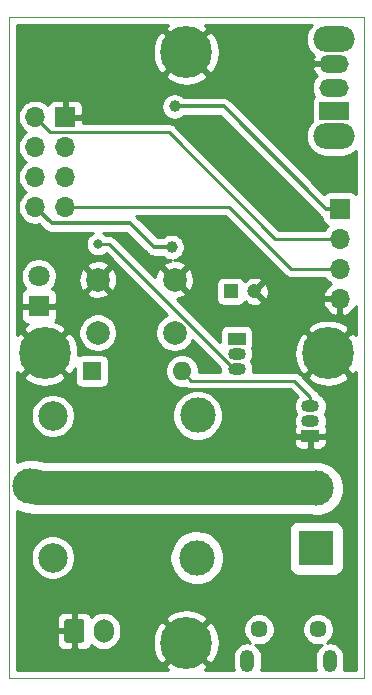
<source format=gbr>
G04 #@! TF.GenerationSoftware,KiCad,Pcbnew,(5.1.5)-3*
G04 #@! TF.CreationDate,2020-06-27T20:36:36+01:00*
G04 #@! TF.ProjectId,Schematic,53636865-6d61-4746-9963-2e6b69636164,v0.1*
G04 #@! TF.SameCoordinates,Original*
G04 #@! TF.FileFunction,Copper,L2,Bot*
G04 #@! TF.FilePolarity,Positive*
%FSLAX46Y46*%
G04 Gerber Fmt 4.6, Leading zero omitted, Abs format (unit mm)*
G04 Created by KiCad (PCBNEW (5.1.5)-3) date 2020-06-27 20:36:36*
%MOMM*%
%LPD*%
G04 APERTURE LIST*
G04 #@! TA.AperFunction,Profile*
%ADD10C,0.050000*%
G04 #@! TD*
G04 #@! TA.AperFunction,ComponentPad*
%ADD11R,1.700000X1.700000*%
G04 #@! TD*
G04 #@! TA.AperFunction,ComponentPad*
%ADD12O,1.700000X1.700000*%
G04 #@! TD*
G04 #@! TA.AperFunction,ComponentPad*
%ADD13C,4.400000*%
G04 #@! TD*
G04 #@! TA.AperFunction,ComponentPad*
%ADD14R,3.000000X3.000000*%
G04 #@! TD*
G04 #@! TA.AperFunction,ComponentPad*
%ADD15C,3.000000*%
G04 #@! TD*
G04 #@! TA.AperFunction,ComponentPad*
%ADD16R,1.200000X1.200000*%
G04 #@! TD*
G04 #@! TA.AperFunction,ComponentPad*
%ADD17C,1.200000*%
G04 #@! TD*
G04 #@! TA.AperFunction,ComponentPad*
%ADD18R,1.800000X1.800000*%
G04 #@! TD*
G04 #@! TA.AperFunction,ComponentPad*
%ADD19C,1.800000*%
G04 #@! TD*
G04 #@! TA.AperFunction,ComponentPad*
%ADD20R,1.600000X1.600000*%
G04 #@! TD*
G04 #@! TA.AperFunction,ComponentPad*
%ADD21O,1.600000X1.600000*%
G04 #@! TD*
G04 #@! TA.AperFunction,ComponentPad*
%ADD22C,0.100000*%
G04 #@! TD*
G04 #@! TA.AperFunction,ComponentPad*
%ADD23O,1.700000X2.000000*%
G04 #@! TD*
G04 #@! TA.AperFunction,ComponentPad*
%ADD24C,1.450000*%
G04 #@! TD*
G04 #@! TA.AperFunction,ComponentPad*
%ADD25O,1.200000X1.900000*%
G04 #@! TD*
G04 #@! TA.AperFunction,ComponentPad*
%ADD26C,2.500000*%
G04 #@! TD*
G04 #@! TA.AperFunction,ComponentPad*
%ADD27R,1.500000X1.050000*%
G04 #@! TD*
G04 #@! TA.AperFunction,ComponentPad*
%ADD28O,1.500000X1.050000*%
G04 #@! TD*
G04 #@! TA.AperFunction,ComponentPad*
%ADD29C,2.000000*%
G04 #@! TD*
G04 #@! TA.AperFunction,ComponentPad*
%ADD30R,2.500000X1.500000*%
G04 #@! TD*
G04 #@! TA.AperFunction,ComponentPad*
%ADD31O,2.500000X1.500000*%
G04 #@! TD*
G04 #@! TA.AperFunction,ComponentPad*
%ADD32O,3.500000X2.200000*%
G04 #@! TD*
G04 #@! TA.AperFunction,ViaPad*
%ADD33C,1.000000*%
G04 #@! TD*
G04 #@! TA.AperFunction,ViaPad*
%ADD34C,0.800000*%
G04 #@! TD*
G04 #@! TA.AperFunction,Conductor*
%ADD35C,0.350000*%
G04 #@! TD*
G04 #@! TA.AperFunction,Conductor*
%ADD36C,0.250000*%
G04 #@! TD*
G04 #@! TA.AperFunction,Conductor*
%ADD37C,2.000000*%
G04 #@! TD*
G04 #@! TA.AperFunction,Conductor*
%ADD38C,2.900000*%
G04 #@! TD*
G04 #@! TA.AperFunction,Conductor*
%ADD39C,0.254000*%
G04 #@! TD*
G04 APERTURE END LIST*
D10*
X200000000Y-110000000D02*
X200000000Y-110500000D01*
X170000000Y-110000000D02*
X170000000Y-110500000D01*
X200000000Y-55000000D02*
X200000000Y-54500000D01*
X170000000Y-55000000D02*
X170000000Y-54500000D01*
X200000000Y-55000000D02*
X200000000Y-80000000D01*
X170000000Y-80000000D02*
X170000000Y-55000000D01*
X170000000Y-110000000D02*
X170000000Y-80000000D01*
X200000000Y-110500000D02*
X170000000Y-110500000D01*
X200000000Y-80000000D02*
X200000000Y-110000000D01*
X170000000Y-54500000D02*
X200000000Y-54500000D01*
D11*
G04 #@! TO.P,J3,1*
G04 #@! TO.N,+5V*
X198000000Y-70750000D03*
D12*
G04 #@! TO.P,J3,2*
G04 #@! TO.N,/TX*
X198000000Y-73290000D03*
G04 #@! TO.P,J3,3*
G04 #@! TO.N,/RX*
X198000000Y-75830000D03*
G04 #@! TO.P,J3,4*
G04 #@! TO.N,GND*
X198000000Y-78370000D03*
G04 #@! TD*
D13*
G04 #@! TO.P,REF\002A\002A,1*
G04 #@! TO.N,GND*
X185000000Y-57500000D03*
G04 #@! TD*
G04 #@! TO.P,REF\002A\002A,1*
G04 #@! TO.N,GND*
X185000000Y-107500000D03*
G04 #@! TD*
G04 #@! TO.P,REF\002A\002A,1*
G04 #@! TO.N,GND*
X173000000Y-83000000D03*
G04 #@! TD*
G04 #@! TO.P,REF\002A\002A,1*
G04 #@! TO.N,GND*
X197000000Y-83000000D03*
G04 #@! TD*
D14*
G04 #@! TO.P,J5,1*
G04 #@! TO.N,Net-(J5-Pad1)*
X196000000Y-99500000D03*
D15*
G04 #@! TO.P,J5,2*
G04 #@! TO.N,Net-(J5-Pad2)*
X196000000Y-94420000D03*
G04 #@! TD*
D16*
G04 #@! TO.P,C2,1*
G04 #@! TO.N,+3V3*
X188750000Y-77750000D03*
D17*
G04 #@! TO.P,C2,2*
G04 #@! TO.N,GND*
X190750000Y-77750000D03*
G04 #@! TD*
D18*
G04 #@! TO.P,D1,1*
G04 #@! TO.N,GND*
X172500000Y-79000000D03*
D19*
G04 #@! TO.P,D1,2*
G04 #@! TO.N,Net-(D1-Pad2)*
X172500000Y-76460000D03*
G04 #@! TD*
D20*
G04 #@! TO.P,D2,1*
G04 #@! TO.N,+5V*
X177000000Y-84500000D03*
D21*
G04 #@! TO.P,D2,2*
G04 #@! TO.N,Net-(D2-Pad2)*
X184620000Y-84500000D03*
G04 #@! TD*
G04 #@! TA.AperFunction,ComponentPad*
D22*
G04 #@! TO.P,J1,1*
G04 #@! TO.N,GND*
G36*
X176124504Y-105501204D02*
G01*
X176148773Y-105504804D01*
X176172571Y-105510765D01*
X176195671Y-105519030D01*
X176217849Y-105529520D01*
X176238893Y-105542133D01*
X176258598Y-105556747D01*
X176276777Y-105573223D01*
X176293253Y-105591402D01*
X176307867Y-105611107D01*
X176320480Y-105632151D01*
X176330970Y-105654329D01*
X176339235Y-105677429D01*
X176345196Y-105701227D01*
X176348796Y-105725496D01*
X176350000Y-105750000D01*
X176350000Y-107250000D01*
X176348796Y-107274504D01*
X176345196Y-107298773D01*
X176339235Y-107322571D01*
X176330970Y-107345671D01*
X176320480Y-107367849D01*
X176307867Y-107388893D01*
X176293253Y-107408598D01*
X176276777Y-107426777D01*
X176258598Y-107443253D01*
X176238893Y-107457867D01*
X176217849Y-107470480D01*
X176195671Y-107480970D01*
X176172571Y-107489235D01*
X176148773Y-107495196D01*
X176124504Y-107498796D01*
X176100000Y-107500000D01*
X174900000Y-107500000D01*
X174875496Y-107498796D01*
X174851227Y-107495196D01*
X174827429Y-107489235D01*
X174804329Y-107480970D01*
X174782151Y-107470480D01*
X174761107Y-107457867D01*
X174741402Y-107443253D01*
X174723223Y-107426777D01*
X174706747Y-107408598D01*
X174692133Y-107388893D01*
X174679520Y-107367849D01*
X174669030Y-107345671D01*
X174660765Y-107322571D01*
X174654804Y-107298773D01*
X174651204Y-107274504D01*
X174650000Y-107250000D01*
X174650000Y-105750000D01*
X174651204Y-105725496D01*
X174654804Y-105701227D01*
X174660765Y-105677429D01*
X174669030Y-105654329D01*
X174679520Y-105632151D01*
X174692133Y-105611107D01*
X174706747Y-105591402D01*
X174723223Y-105573223D01*
X174741402Y-105556747D01*
X174761107Y-105542133D01*
X174782151Y-105529520D01*
X174804329Y-105519030D01*
X174827429Y-105510765D01*
X174851227Y-105504804D01*
X174875496Y-105501204D01*
X174900000Y-105500000D01*
X176100000Y-105500000D01*
X176124504Y-105501204D01*
G37*
G04 #@! TD.AperFunction*
D23*
G04 #@! TO.P,J1,2*
G04 #@! TO.N,+5V*
X178000000Y-106500000D03*
G04 #@! TD*
D24*
G04 #@! TO.P,J2,6*
G04 #@! TO.N,Net-(J2-Pad6)*
X191150000Y-106350000D03*
X196150000Y-106350000D03*
D25*
X190150000Y-109050000D03*
X197150000Y-109050000D03*
G04 #@! TD*
D11*
G04 #@! TO.P,J4,1*
G04 #@! TO.N,GND*
X174750000Y-63000000D03*
D12*
G04 #@! TO.P,J4,2*
G04 #@! TO.N,/TX*
X172210000Y-63000000D03*
G04 #@! TO.P,J4,3*
G04 #@! TO.N,Net-(J4-Pad3)*
X174750000Y-65540000D03*
G04 #@! TO.P,J4,4*
G04 #@! TO.N,Net-(J4-Pad4)*
X172210000Y-65540000D03*
G04 #@! TO.P,J4,5*
G04 #@! TO.N,Net-(J4-Pad5)*
X174750000Y-68080000D03*
G04 #@! TO.P,J4,6*
G04 #@! TO.N,Net-(J4-Pad6)*
X172210000Y-68080000D03*
G04 #@! TO.P,J4,7*
G04 #@! TO.N,/RX*
X174750000Y-70620000D03*
G04 #@! TO.P,J4,8*
G04 #@! TO.N,+3V3*
X172210000Y-70620000D03*
G04 #@! TD*
D26*
G04 #@! TO.P,K1,2*
G04 #@! TO.N,Net-(D2-Pad2)*
X173700000Y-100300000D03*
D15*
G04 #@! TO.P,K1,3*
G04 #@! TO.N,Net-(J5-Pad1)*
X185900000Y-100300000D03*
G04 #@! TO.P,K1,4*
G04 #@! TO.N,Net-(K1-Pad4)*
X185950000Y-88250000D03*
D26*
G04 #@! TO.P,K1,5*
G04 #@! TO.N,+5V*
X173700000Y-88300000D03*
D15*
G04 #@! TO.P,K1,1*
G04 #@! TO.N,Net-(J5-Pad2)*
X171750000Y-94250000D03*
G04 #@! TD*
D27*
G04 #@! TO.P,Q1,1*
G04 #@! TO.N,+3V3*
X189250000Y-81750000D03*
D28*
G04 #@! TO.P,Q1,3*
G04 #@! TO.N,Net-(Q1-Pad3)*
X189250000Y-84290000D03*
G04 #@! TO.P,Q1,2*
G04 #@! TO.N,Net-(Q1-Pad2)*
X189250000Y-83020000D03*
G04 #@! TD*
D27*
G04 #@! TO.P,Q2,1*
G04 #@! TO.N,GND*
X195500000Y-90000000D03*
D28*
G04 #@! TO.P,Q2,3*
G04 #@! TO.N,Net-(D2-Pad2)*
X195500000Y-87460000D03*
G04 #@! TO.P,Q2,2*
G04 #@! TO.N,Net-(Q2-Pad2)*
X195500000Y-88730000D03*
G04 #@! TD*
D29*
G04 #@! TO.P,SW1,2*
G04 #@! TO.N,Net-(J4-Pad6)*
X177500000Y-81250000D03*
G04 #@! TO.P,SW1,1*
G04 #@! TO.N,GND*
X177500000Y-76750000D03*
G04 #@! TO.P,SW1,2*
G04 #@! TO.N,Net-(J4-Pad6)*
X184000000Y-81250000D03*
G04 #@! TO.P,SW1,1*
G04 #@! TO.N,GND*
X184000000Y-76750000D03*
G04 #@! TD*
D30*
G04 #@! TO.P,SW2,1*
G04 #@! TO.N,Net-(R2-Pad2)*
X197500000Y-62500000D03*
D31*
G04 #@! TO.P,SW2,2*
G04 #@! TO.N,Net-(J4-Pad5)*
X197500000Y-60500000D03*
G04 #@! TO.P,SW2,3*
G04 #@! TO.N,GND*
X197500000Y-58500000D03*
D32*
G04 #@! TO.P,SW2,*
G04 #@! TO.N,*
X197500000Y-64600000D03*
X197500000Y-56400000D03*
G04 #@! TD*
D33*
G04 #@! TO.N,+5V*
X184000000Y-62100000D03*
G04 #@! TO.N,+3V3*
X183750000Y-74000000D03*
D34*
G04 #@! TO.N,Net-(Q1-Pad3)*
X177500000Y-73750000D03*
G04 #@! TD*
D35*
G04 #@! TO.N,+5V*
X196800000Y-70750000D02*
X188150000Y-62100000D01*
X198000000Y-70750000D02*
X196800000Y-70750000D01*
X188150000Y-62100000D02*
X184000000Y-62100000D01*
X184000000Y-62100000D02*
X184000000Y-62100000D01*
G04 #@! TO.N,+3V3*
X172210000Y-70620000D02*
X173590000Y-72000000D01*
X173590000Y-72000000D02*
X180250000Y-72000000D01*
X180250000Y-72000000D02*
X182250000Y-74000000D01*
X182250000Y-74000000D02*
X183750000Y-74000000D01*
X183750000Y-74000000D02*
X183750000Y-74000000D01*
D36*
G04 #@! TO.N,Net-(D2-Pad2)*
X194114999Y-85299999D02*
X195500000Y-86685000D01*
X185419999Y-85299999D02*
X194114999Y-85299999D01*
X195500000Y-86685000D02*
X195500000Y-87460000D01*
X184620000Y-84500000D02*
X185419999Y-85299999D01*
G04 #@! TO.N,/TX*
X172210000Y-63000000D02*
X173460000Y-64250000D01*
X173460000Y-64250000D02*
X183500000Y-64250000D01*
X192540000Y-73290000D02*
X198000000Y-73290000D01*
X183500000Y-64250000D02*
X192540000Y-73290000D01*
G04 #@! TO.N,/RX*
X174750000Y-70620000D02*
X188620000Y-70620000D01*
X193830000Y-75830000D02*
X198000000Y-75830000D01*
X188620000Y-70620000D02*
X193830000Y-75830000D01*
D37*
G04 #@! TO.N,Net-(J5-Pad2)*
X171920000Y-94420000D02*
X171750000Y-94250000D01*
D38*
X172345010Y-94420000D02*
X172175010Y-94250000D01*
X196000000Y-94420000D02*
X172345010Y-94420000D01*
D36*
G04 #@! TO.N,Net-(Q1-Pad3)*
X177500000Y-73750000D02*
X178485000Y-73750000D01*
X189025000Y-84290000D02*
X189250000Y-84290000D01*
X178485000Y-73750000D02*
X189025000Y-84290000D01*
G04 #@! TD*
D39*
G04 #@! TO.N,GND*
G36*
X183189830Y-55510225D02*
G01*
X185000000Y-57320395D01*
X186810170Y-55510225D01*
X186592980Y-55160000D01*
X195626049Y-55160000D01*
X195617234Y-55167234D01*
X195400421Y-55431422D01*
X195239314Y-55732832D01*
X195140105Y-56059881D01*
X195106606Y-56400000D01*
X195140105Y-56740119D01*
X195239314Y-57067168D01*
X195400421Y-57368578D01*
X195617234Y-57632766D01*
X195809023Y-57790163D01*
X195777858Y-57836132D01*
X195671827Y-58087316D01*
X195657682Y-58158815D01*
X195780344Y-58373000D01*
X197373000Y-58373000D01*
X197373000Y-58353000D01*
X197627000Y-58353000D01*
X197627000Y-58373000D01*
X197647000Y-58373000D01*
X197647000Y-58627000D01*
X197627000Y-58627000D01*
X197627000Y-58647000D01*
X197373000Y-58647000D01*
X197373000Y-58627000D01*
X195780344Y-58627000D01*
X195657682Y-58841185D01*
X195671827Y-58912684D01*
X195777858Y-59163868D01*
X195930855Y-59389540D01*
X196039409Y-59496642D01*
X196015919Y-59515919D01*
X195842843Y-59726812D01*
X195714236Y-59967419D01*
X195635040Y-60228493D01*
X195608299Y-60500000D01*
X195635040Y-60771507D01*
X195714236Y-61032581D01*
X195838940Y-61265886D01*
X195798815Y-61298815D01*
X195719463Y-61395506D01*
X195660498Y-61505820D01*
X195624188Y-61625518D01*
X195611928Y-61750000D01*
X195611928Y-63250000D01*
X195623008Y-63362496D01*
X195617234Y-63367234D01*
X195400421Y-63631422D01*
X195239314Y-63932832D01*
X195140105Y-64259881D01*
X195106606Y-64600000D01*
X195140105Y-64940119D01*
X195239314Y-65267168D01*
X195400421Y-65568578D01*
X195617234Y-65832766D01*
X195881422Y-66049579D01*
X196182832Y-66210686D01*
X196509881Y-66309895D01*
X196764775Y-66335000D01*
X198235225Y-66335000D01*
X198490119Y-66309895D01*
X198817168Y-66210686D01*
X199118578Y-66049579D01*
X199340000Y-65867863D01*
X199340001Y-69496112D01*
X199301185Y-69448815D01*
X199204494Y-69369463D01*
X199094180Y-69310498D01*
X198974482Y-69274188D01*
X198850000Y-69261928D01*
X197150000Y-69261928D01*
X197025518Y-69274188D01*
X196905820Y-69310498D01*
X196795506Y-69369463D01*
X196698815Y-69448815D01*
X196674255Y-69478742D01*
X188750900Y-61555388D01*
X188725528Y-61524472D01*
X188602189Y-61423251D01*
X188461473Y-61348037D01*
X188308788Y-61301720D01*
X188189791Y-61290000D01*
X188189788Y-61290000D01*
X188150000Y-61286081D01*
X188110212Y-61290000D01*
X184795132Y-61290000D01*
X184723520Y-61218388D01*
X184537624Y-61094176D01*
X184331067Y-61008617D01*
X184111788Y-60965000D01*
X183888212Y-60965000D01*
X183668933Y-61008617D01*
X183462376Y-61094176D01*
X183276480Y-61218388D01*
X183118388Y-61376480D01*
X182994176Y-61562376D01*
X182908617Y-61768933D01*
X182865000Y-61988212D01*
X182865000Y-62211788D01*
X182908617Y-62431067D01*
X182994176Y-62637624D01*
X183118388Y-62823520D01*
X183276480Y-62981612D01*
X183462376Y-63105824D01*
X183668933Y-63191383D01*
X183888212Y-63235000D01*
X184111788Y-63235000D01*
X184331067Y-63191383D01*
X184537624Y-63105824D01*
X184723520Y-62981612D01*
X184795132Y-62910000D01*
X187814488Y-62910000D01*
X196199105Y-71294618D01*
X196224472Y-71325528D01*
X196277447Y-71369003D01*
X196347810Y-71426749D01*
X196401376Y-71455380D01*
X196488527Y-71501963D01*
X196511928Y-71509062D01*
X196511928Y-71600000D01*
X196524188Y-71724482D01*
X196560498Y-71844180D01*
X196619463Y-71954494D01*
X196698815Y-72051185D01*
X196795506Y-72130537D01*
X196905820Y-72189502D01*
X196978380Y-72211513D01*
X196846525Y-72343368D01*
X196721822Y-72530000D01*
X192854802Y-72530000D01*
X184063804Y-63739003D01*
X184040001Y-63709999D01*
X183924276Y-63615026D01*
X183792247Y-63544454D01*
X183648986Y-63500997D01*
X183537333Y-63490000D01*
X183537322Y-63490000D01*
X183500000Y-63486324D01*
X183462678Y-63490000D01*
X176236112Y-63490000D01*
X176235000Y-63285750D01*
X176076250Y-63127000D01*
X174877000Y-63127000D01*
X174877000Y-63147000D01*
X174623000Y-63147000D01*
X174623000Y-63127000D01*
X174603000Y-63127000D01*
X174603000Y-62873000D01*
X174623000Y-62873000D01*
X174623000Y-61673750D01*
X174877000Y-61673750D01*
X174877000Y-62873000D01*
X176076250Y-62873000D01*
X176235000Y-62714250D01*
X176238072Y-62150000D01*
X176225812Y-62025518D01*
X176189502Y-61905820D01*
X176130537Y-61795506D01*
X176051185Y-61698815D01*
X175954494Y-61619463D01*
X175844180Y-61560498D01*
X175724482Y-61524188D01*
X175600000Y-61511928D01*
X175035750Y-61515000D01*
X174877000Y-61673750D01*
X174623000Y-61673750D01*
X174464250Y-61515000D01*
X173900000Y-61511928D01*
X173775518Y-61524188D01*
X173655820Y-61560498D01*
X173545506Y-61619463D01*
X173448815Y-61698815D01*
X173369463Y-61795506D01*
X173310498Y-61905820D01*
X173288487Y-61978380D01*
X173156632Y-61846525D01*
X172913411Y-61684010D01*
X172643158Y-61572068D01*
X172356260Y-61515000D01*
X172063740Y-61515000D01*
X171776842Y-61572068D01*
X171506589Y-61684010D01*
X171263368Y-61846525D01*
X171056525Y-62053368D01*
X170894010Y-62296589D01*
X170782068Y-62566842D01*
X170725000Y-62853740D01*
X170725000Y-63146260D01*
X170782068Y-63433158D01*
X170894010Y-63703411D01*
X171056525Y-63946632D01*
X171263368Y-64153475D01*
X171437760Y-64270000D01*
X171263368Y-64386525D01*
X171056525Y-64593368D01*
X170894010Y-64836589D01*
X170782068Y-65106842D01*
X170725000Y-65393740D01*
X170725000Y-65686260D01*
X170782068Y-65973158D01*
X170894010Y-66243411D01*
X171056525Y-66486632D01*
X171263368Y-66693475D01*
X171437760Y-66810000D01*
X171263368Y-66926525D01*
X171056525Y-67133368D01*
X170894010Y-67376589D01*
X170782068Y-67646842D01*
X170725000Y-67933740D01*
X170725000Y-68226260D01*
X170782068Y-68513158D01*
X170894010Y-68783411D01*
X171056525Y-69026632D01*
X171263368Y-69233475D01*
X171437760Y-69350000D01*
X171263368Y-69466525D01*
X171056525Y-69673368D01*
X170894010Y-69916589D01*
X170782068Y-70186842D01*
X170725000Y-70473740D01*
X170725000Y-70766260D01*
X170782068Y-71053158D01*
X170894010Y-71323411D01*
X171056525Y-71566632D01*
X171263368Y-71773475D01*
X171506589Y-71935990D01*
X171776842Y-72047932D01*
X172063740Y-72105000D01*
X172356260Y-72105000D01*
X172517429Y-72072941D01*
X172989105Y-72544618D01*
X173014472Y-72575528D01*
X173045380Y-72600893D01*
X173137811Y-72676749D01*
X173278526Y-72751963D01*
X173314063Y-72762743D01*
X173431212Y-72798280D01*
X173550209Y-72810000D01*
X173550212Y-72810000D01*
X173590000Y-72813919D01*
X173629788Y-72810000D01*
X177064776Y-72810000D01*
X177009744Y-72832795D01*
X176840226Y-72946063D01*
X176696063Y-73090226D01*
X176582795Y-73259744D01*
X176504774Y-73448102D01*
X176465000Y-73648061D01*
X176465000Y-73851939D01*
X176504774Y-74051898D01*
X176582795Y-74240256D01*
X176696063Y-74409774D01*
X176840226Y-74553937D01*
X177009744Y-74667205D01*
X177198102Y-74745226D01*
X177398061Y-74785000D01*
X177601939Y-74785000D01*
X177801898Y-74745226D01*
X177990256Y-74667205D01*
X178159774Y-74553937D01*
X178186955Y-74526756D01*
X183392233Y-79732034D01*
X183225537Y-79801082D01*
X182957748Y-79980013D01*
X182730013Y-80207748D01*
X182551082Y-80475537D01*
X182427832Y-80773088D01*
X182365000Y-81088967D01*
X182365000Y-81411033D01*
X182427832Y-81726912D01*
X182551082Y-82024463D01*
X182730013Y-82292252D01*
X182957748Y-82519987D01*
X183225537Y-82698918D01*
X183523088Y-82822168D01*
X183838967Y-82885000D01*
X184161033Y-82885000D01*
X184476912Y-82822168D01*
X184774463Y-82698918D01*
X185042252Y-82519987D01*
X185269987Y-82292252D01*
X185448918Y-82024463D01*
X185517966Y-81857767D01*
X187867530Y-84207332D01*
X187859388Y-84290000D01*
X187881785Y-84517400D01*
X187888640Y-84539999D01*
X186055000Y-84539999D01*
X186055000Y-84358665D01*
X185999853Y-84081426D01*
X185891680Y-83820273D01*
X185734637Y-83585241D01*
X185534759Y-83385363D01*
X185299727Y-83228320D01*
X185038574Y-83120147D01*
X184761335Y-83065000D01*
X184478665Y-83065000D01*
X184201426Y-83120147D01*
X183940273Y-83228320D01*
X183705241Y-83385363D01*
X183505363Y-83585241D01*
X183348320Y-83820273D01*
X183240147Y-84081426D01*
X183185000Y-84358665D01*
X183185000Y-84641335D01*
X183240147Y-84918574D01*
X183348320Y-85179727D01*
X183505363Y-85414759D01*
X183705241Y-85614637D01*
X183940273Y-85771680D01*
X184201426Y-85879853D01*
X184478665Y-85935000D01*
X184761335Y-85935000D01*
X184950022Y-85897467D01*
X184995723Y-85934973D01*
X185127752Y-86005545D01*
X185271013Y-86049002D01*
X185382666Y-86059999D01*
X185382675Y-86059999D01*
X185419998Y-86063675D01*
X185457321Y-86059999D01*
X193800198Y-86059999D01*
X194417071Y-86676872D01*
X194305829Y-86812421D01*
X194198115Y-87013940D01*
X194131785Y-87232600D01*
X194109388Y-87460000D01*
X194131785Y-87687400D01*
X194198115Y-87906060D01*
X194299105Y-88095000D01*
X194198115Y-88283940D01*
X194131785Y-88502600D01*
X194109388Y-88730000D01*
X194131785Y-88957400D01*
X194195093Y-89166098D01*
X194160498Y-89230820D01*
X194124188Y-89350518D01*
X194111928Y-89475000D01*
X194115000Y-89714250D01*
X194273750Y-89873000D01*
X195046891Y-89873000D01*
X195047600Y-89873215D01*
X195218021Y-89890000D01*
X195781979Y-89890000D01*
X195952400Y-89873215D01*
X195953109Y-89873000D01*
X196726250Y-89873000D01*
X196885000Y-89714250D01*
X196888072Y-89475000D01*
X196875812Y-89350518D01*
X196839502Y-89230820D01*
X196804907Y-89166098D01*
X196868215Y-88957400D01*
X196890612Y-88730000D01*
X196868215Y-88502600D01*
X196801885Y-88283940D01*
X196700895Y-88095000D01*
X196801885Y-87906060D01*
X196868215Y-87687400D01*
X196890612Y-87460000D01*
X196868215Y-87232600D01*
X196801885Y-87013940D01*
X196694171Y-86812421D01*
X196549212Y-86635788D01*
X196372579Y-86490829D01*
X196208730Y-86403250D01*
X196205546Y-86392753D01*
X196134974Y-86260724D01*
X196040001Y-86144999D01*
X196011004Y-86121202D01*
X194879577Y-84989775D01*
X195189830Y-84989775D01*
X195429976Y-85377018D01*
X195923877Y-85637641D01*
X196459133Y-85796901D01*
X197015174Y-85848678D01*
X197570632Y-85790981D01*
X198104161Y-85626028D01*
X198570024Y-85377018D01*
X198810170Y-84989775D01*
X197000000Y-83179605D01*
X195189830Y-84989775D01*
X194879577Y-84989775D01*
X194678803Y-84789002D01*
X194655000Y-84759998D01*
X194539275Y-84665025D01*
X194407246Y-84594453D01*
X194263985Y-84550996D01*
X194152332Y-84539999D01*
X194152321Y-84539999D01*
X194114999Y-84536323D01*
X194077677Y-84539999D01*
X190611360Y-84539999D01*
X190618215Y-84517400D01*
X190640612Y-84290000D01*
X190618215Y-84062600D01*
X190551885Y-83843940D01*
X190450895Y-83655000D01*
X190551885Y-83466060D01*
X190618215Y-83247400D01*
X190640612Y-83020000D01*
X190640137Y-83015174D01*
X194151322Y-83015174D01*
X194209019Y-83570632D01*
X194373972Y-84104161D01*
X194622982Y-84570024D01*
X195010225Y-84810170D01*
X196820395Y-83000000D01*
X195010225Y-81189830D01*
X194622982Y-81429976D01*
X194362359Y-81923877D01*
X194203099Y-82459133D01*
X194151322Y-83015174D01*
X190640137Y-83015174D01*
X190618215Y-82792600D01*
X190554907Y-82583902D01*
X190589502Y-82519180D01*
X190625812Y-82399482D01*
X190638072Y-82275000D01*
X190638072Y-81225000D01*
X190625812Y-81100518D01*
X190598422Y-81010225D01*
X195189830Y-81010225D01*
X197000000Y-82820395D01*
X198810170Y-81010225D01*
X198570024Y-80622982D01*
X198076123Y-80362359D01*
X197540867Y-80203099D01*
X196984826Y-80151322D01*
X196429368Y-80209019D01*
X195895839Y-80373972D01*
X195429976Y-80622982D01*
X195189830Y-81010225D01*
X190598422Y-81010225D01*
X190589502Y-80980820D01*
X190530537Y-80870506D01*
X190451185Y-80773815D01*
X190354494Y-80694463D01*
X190244180Y-80635498D01*
X190124482Y-80599188D01*
X190000000Y-80586928D01*
X188500000Y-80586928D01*
X188375518Y-80599188D01*
X188255820Y-80635498D01*
X188145506Y-80694463D01*
X188048815Y-80773815D01*
X187969463Y-80870506D01*
X187910498Y-80980820D01*
X187874188Y-81100518D01*
X187861928Y-81225000D01*
X187861928Y-82052126D01*
X184184766Y-78374964D01*
X184381675Y-78347961D01*
X184686088Y-78242795D01*
X184860044Y-78149814D01*
X184955808Y-77885413D01*
X184000000Y-76929605D01*
X183985858Y-76943748D01*
X183806253Y-76764143D01*
X183820395Y-76750000D01*
X184179605Y-76750000D01*
X185135413Y-77705808D01*
X185399814Y-77610044D01*
X185540704Y-77320429D01*
X185585387Y-77150000D01*
X187511928Y-77150000D01*
X187511928Y-78350000D01*
X187524188Y-78474482D01*
X187560498Y-78594180D01*
X187619463Y-78704494D01*
X187698815Y-78801185D01*
X187795506Y-78880537D01*
X187905820Y-78939502D01*
X188025518Y-78975812D01*
X188150000Y-78988072D01*
X189350000Y-78988072D01*
X189474482Y-78975812D01*
X189594180Y-78939502D01*
X189704494Y-78880537D01*
X189801185Y-78801185D01*
X189880537Y-78704494D01*
X189904858Y-78658994D01*
X189962736Y-78716872D01*
X190079842Y-78599766D01*
X190127148Y-78823348D01*
X190348516Y-78924237D01*
X190585313Y-78980000D01*
X190828438Y-78988495D01*
X191068549Y-78949395D01*
X191296418Y-78864202D01*
X191372852Y-78823348D01*
X191393261Y-78726890D01*
X196558524Y-78726890D01*
X196603175Y-78874099D01*
X196728359Y-79136920D01*
X196902412Y-79370269D01*
X197118645Y-79565178D01*
X197368748Y-79714157D01*
X197643109Y-79811481D01*
X197873000Y-79690814D01*
X197873000Y-78497000D01*
X196679845Y-78497000D01*
X196558524Y-78726890D01*
X191393261Y-78726890D01*
X191420159Y-78599764D01*
X190750000Y-77929605D01*
X190735858Y-77943748D01*
X190556253Y-77764143D01*
X190570395Y-77750000D01*
X190929605Y-77750000D01*
X191599764Y-78420159D01*
X191823348Y-78372852D01*
X191924237Y-78151484D01*
X191980000Y-77914687D01*
X191988495Y-77671562D01*
X191949395Y-77431451D01*
X191864202Y-77203582D01*
X191823348Y-77127148D01*
X191599764Y-77079841D01*
X190929605Y-77750000D01*
X190570395Y-77750000D01*
X190556253Y-77735858D01*
X190735858Y-77556253D01*
X190750000Y-77570395D01*
X191420159Y-76900236D01*
X191372852Y-76676652D01*
X191151484Y-76575763D01*
X190914687Y-76520000D01*
X190671562Y-76511505D01*
X190431451Y-76550605D01*
X190203582Y-76635798D01*
X190127148Y-76676652D01*
X190079842Y-76900234D01*
X189962736Y-76783128D01*
X189904858Y-76841006D01*
X189880537Y-76795506D01*
X189801185Y-76698815D01*
X189704494Y-76619463D01*
X189594180Y-76560498D01*
X189474482Y-76524188D01*
X189350000Y-76511928D01*
X188150000Y-76511928D01*
X188025518Y-76524188D01*
X187905820Y-76560498D01*
X187795506Y-76619463D01*
X187698815Y-76698815D01*
X187619463Y-76795506D01*
X187560498Y-76905820D01*
X187524188Y-77025518D01*
X187511928Y-77150000D01*
X185585387Y-77150000D01*
X185622384Y-77008892D01*
X185641718Y-76687405D01*
X185597961Y-76368325D01*
X185492795Y-76063912D01*
X185399814Y-75889956D01*
X185135413Y-75794192D01*
X184179605Y-76750000D01*
X183820395Y-76750000D01*
X182864587Y-75794192D01*
X182600186Y-75889956D01*
X182459296Y-76179571D01*
X182377616Y-76491108D01*
X182373265Y-76563463D01*
X179048804Y-73239003D01*
X179025001Y-73209999D01*
X178909276Y-73115026D01*
X178777247Y-73044454D01*
X178633986Y-73000997D01*
X178522333Y-72990000D01*
X178522322Y-72990000D01*
X178485000Y-72986324D01*
X178447678Y-72990000D01*
X178203711Y-72990000D01*
X178159774Y-72946063D01*
X177990256Y-72832795D01*
X177935224Y-72810000D01*
X179914488Y-72810000D01*
X181649105Y-74544618D01*
X181674472Y-74575528D01*
X181742210Y-74631119D01*
X181797810Y-74676749D01*
X181873024Y-74716951D01*
X181938527Y-74751963D01*
X182091212Y-74798280D01*
X182210209Y-74810000D01*
X182210211Y-74810000D01*
X182249999Y-74813919D01*
X182289787Y-74810000D01*
X182954868Y-74810000D01*
X183026480Y-74881612D01*
X183212376Y-75005824D01*
X183418933Y-75091383D01*
X183638212Y-75135000D01*
X183742575Y-75135000D01*
X183618325Y-75152039D01*
X183313912Y-75257205D01*
X183139956Y-75350186D01*
X183044192Y-75614587D01*
X184000000Y-76570395D01*
X184955808Y-75614587D01*
X184860044Y-75350186D01*
X184570429Y-75209296D01*
X184258892Y-75127616D01*
X183982481Y-75110993D01*
X184081067Y-75091383D01*
X184287624Y-75005824D01*
X184473520Y-74881612D01*
X184631612Y-74723520D01*
X184755824Y-74537624D01*
X184841383Y-74331067D01*
X184885000Y-74111788D01*
X184885000Y-73888212D01*
X184841383Y-73668933D01*
X184755824Y-73462376D01*
X184631612Y-73276480D01*
X184473520Y-73118388D01*
X184287624Y-72994176D01*
X184081067Y-72908617D01*
X183861788Y-72865000D01*
X183638212Y-72865000D01*
X183418933Y-72908617D01*
X183212376Y-72994176D01*
X183026480Y-73118388D01*
X182954868Y-73190000D01*
X182585513Y-73190000D01*
X180850899Y-71455387D01*
X180825528Y-71424472D01*
X180771338Y-71380000D01*
X188305199Y-71380000D01*
X193266201Y-76341003D01*
X193289999Y-76370001D01*
X193405724Y-76464974D01*
X193537753Y-76535546D01*
X193681014Y-76579003D01*
X193792667Y-76590000D01*
X193792675Y-76590000D01*
X193830000Y-76593676D01*
X193867325Y-76590000D01*
X196721822Y-76590000D01*
X196846525Y-76776632D01*
X197053368Y-76983475D01*
X197235534Y-77105195D01*
X197118645Y-77174822D01*
X196902412Y-77369731D01*
X196728359Y-77603080D01*
X196603175Y-77865901D01*
X196558524Y-78013110D01*
X196679845Y-78243000D01*
X197873000Y-78243000D01*
X197873000Y-78223000D01*
X198127000Y-78223000D01*
X198127000Y-78243000D01*
X198147000Y-78243000D01*
X198147000Y-78497000D01*
X198127000Y-78497000D01*
X198127000Y-79690814D01*
X198356891Y-79811481D01*
X198631252Y-79714157D01*
X198881355Y-79565178D01*
X199097588Y-79370269D01*
X199271641Y-79136920D01*
X199340001Y-78993400D01*
X199340001Y-79967572D01*
X199340000Y-79967582D01*
X199340000Y-81407020D01*
X198989775Y-81189830D01*
X197179605Y-83000000D01*
X198989775Y-84810170D01*
X199340000Y-84592980D01*
X199340001Y-109840000D01*
X198307098Y-109840000D01*
X198367130Y-109642101D01*
X198385000Y-109460664D01*
X198385000Y-108639335D01*
X198367130Y-108457898D01*
X198296511Y-108225099D01*
X198181833Y-108010551D01*
X198027502Y-107822498D01*
X197839448Y-107668167D01*
X197624900Y-107553489D01*
X197392101Y-107482870D01*
X197150000Y-107459025D01*
X196907898Y-107482870D01*
X196897965Y-107485883D01*
X197016949Y-107406381D01*
X197206381Y-107216949D01*
X197355216Y-106994201D01*
X197457736Y-106746697D01*
X197510000Y-106483948D01*
X197510000Y-106216052D01*
X197457736Y-105953303D01*
X197355216Y-105705799D01*
X197206381Y-105483051D01*
X197016949Y-105293619D01*
X196794201Y-105144784D01*
X196546697Y-105042264D01*
X196283948Y-104990000D01*
X196016052Y-104990000D01*
X195753303Y-105042264D01*
X195505799Y-105144784D01*
X195283051Y-105293619D01*
X195093619Y-105483051D01*
X194944784Y-105705799D01*
X194842264Y-105953303D01*
X194790000Y-106216052D01*
X194790000Y-106483948D01*
X194842264Y-106746697D01*
X194944784Y-106994201D01*
X195093619Y-107216949D01*
X195283051Y-107406381D01*
X195505799Y-107555216D01*
X195753303Y-107657736D01*
X196016052Y-107710000D01*
X196283948Y-107710000D01*
X196449768Y-107677016D01*
X196272498Y-107822498D01*
X196118167Y-108010552D01*
X196003489Y-108225100D01*
X195932870Y-108457899D01*
X195915000Y-108639336D01*
X195915000Y-109460665D01*
X195932870Y-109642102D01*
X195992902Y-109840000D01*
X191307098Y-109840000D01*
X191367130Y-109642102D01*
X191385000Y-109460665D01*
X191385000Y-108639336D01*
X191367130Y-108457899D01*
X191296511Y-108225099D01*
X191181833Y-108010551D01*
X191027502Y-107822498D01*
X190850232Y-107677016D01*
X191016052Y-107710000D01*
X191283948Y-107710000D01*
X191546697Y-107657736D01*
X191794201Y-107555216D01*
X192016949Y-107406381D01*
X192206381Y-107216949D01*
X192355216Y-106994201D01*
X192457736Y-106746697D01*
X192510000Y-106483948D01*
X192510000Y-106216052D01*
X192457736Y-105953303D01*
X192355216Y-105705799D01*
X192206381Y-105483051D01*
X192016949Y-105293619D01*
X191794201Y-105144784D01*
X191546697Y-105042264D01*
X191283948Y-104990000D01*
X191016052Y-104990000D01*
X190753303Y-105042264D01*
X190505799Y-105144784D01*
X190283051Y-105293619D01*
X190093619Y-105483051D01*
X189944784Y-105705799D01*
X189842264Y-105953303D01*
X189790000Y-106216052D01*
X189790000Y-106483948D01*
X189842264Y-106746697D01*
X189944784Y-106994201D01*
X190093619Y-107216949D01*
X190283051Y-107406381D01*
X190402035Y-107485883D01*
X190392102Y-107482870D01*
X190150000Y-107459025D01*
X189907899Y-107482870D01*
X189675100Y-107553489D01*
X189460552Y-107668167D01*
X189272499Y-107822498D01*
X189118168Y-108010551D01*
X189003489Y-108225099D01*
X188932870Y-108457898D01*
X188915000Y-108639335D01*
X188915000Y-109460664D01*
X188932870Y-109642101D01*
X188992902Y-109840000D01*
X186592980Y-109840000D01*
X186810170Y-109489775D01*
X185000000Y-107679605D01*
X183189830Y-109489775D01*
X183407020Y-109840000D01*
X170660000Y-109840000D01*
X170660000Y-107500000D01*
X174011928Y-107500000D01*
X174024188Y-107624482D01*
X174060498Y-107744180D01*
X174119463Y-107854494D01*
X174198815Y-107951185D01*
X174295506Y-108030537D01*
X174405820Y-108089502D01*
X174525518Y-108125812D01*
X174650000Y-108138072D01*
X175214250Y-108135000D01*
X175373000Y-107976250D01*
X175373000Y-106627000D01*
X174173750Y-106627000D01*
X174015000Y-106785750D01*
X174011928Y-107500000D01*
X170660000Y-107500000D01*
X170660000Y-105500000D01*
X174011928Y-105500000D01*
X174015000Y-106214250D01*
X174173750Y-106373000D01*
X175373000Y-106373000D01*
X175373000Y-105023750D01*
X175627000Y-105023750D01*
X175627000Y-106373000D01*
X175647000Y-106373000D01*
X175647000Y-106627000D01*
X175627000Y-106627000D01*
X175627000Y-107976250D01*
X175785750Y-108135000D01*
X176350000Y-108138072D01*
X176474482Y-108125812D01*
X176594180Y-108089502D01*
X176704494Y-108030537D01*
X176801185Y-107951185D01*
X176880537Y-107854494D01*
X176939502Y-107744180D01*
X176950055Y-107709392D01*
X177170987Y-107890706D01*
X177428967Y-108028599D01*
X177708890Y-108113513D01*
X178000000Y-108142185D01*
X178291111Y-108113513D01*
X178571034Y-108028599D01*
X178829014Y-107890706D01*
X179055134Y-107705134D01*
X179211030Y-107515174D01*
X182151322Y-107515174D01*
X182209019Y-108070632D01*
X182373972Y-108604161D01*
X182622982Y-109070024D01*
X183010225Y-109310170D01*
X184820395Y-107500000D01*
X185179605Y-107500000D01*
X186989775Y-109310170D01*
X187377018Y-109070024D01*
X187637641Y-108576123D01*
X187796901Y-108040867D01*
X187848678Y-107484826D01*
X187790981Y-106929368D01*
X187626028Y-106395839D01*
X187377018Y-105929976D01*
X186989775Y-105689830D01*
X185179605Y-107500000D01*
X184820395Y-107500000D01*
X183010225Y-105689830D01*
X182622982Y-105929976D01*
X182362359Y-106423877D01*
X182203099Y-106959133D01*
X182151322Y-107515174D01*
X179211030Y-107515174D01*
X179240706Y-107479014D01*
X179378599Y-107221033D01*
X179463513Y-106941110D01*
X179485000Y-106722949D01*
X179485000Y-106277050D01*
X179463513Y-106058889D01*
X179378599Y-105778966D01*
X179240706Y-105520986D01*
X179231875Y-105510225D01*
X183189830Y-105510225D01*
X185000000Y-107320395D01*
X186810170Y-105510225D01*
X186570024Y-105122982D01*
X186076123Y-104862359D01*
X185540867Y-104703099D01*
X184984826Y-104651322D01*
X184429368Y-104709019D01*
X183895839Y-104873972D01*
X183429976Y-105122982D01*
X183189830Y-105510225D01*
X179231875Y-105510225D01*
X179055134Y-105294866D01*
X178829013Y-105109294D01*
X178571033Y-104971401D01*
X178291110Y-104886487D01*
X178000000Y-104857815D01*
X177708889Y-104886487D01*
X177428966Y-104971401D01*
X177170986Y-105109294D01*
X176950055Y-105290608D01*
X176939502Y-105255820D01*
X176880537Y-105145506D01*
X176801185Y-105048815D01*
X176704494Y-104969463D01*
X176594180Y-104910498D01*
X176474482Y-104874188D01*
X176350000Y-104861928D01*
X175785750Y-104865000D01*
X175627000Y-105023750D01*
X175373000Y-105023750D01*
X175214250Y-104865000D01*
X174650000Y-104861928D01*
X174525518Y-104874188D01*
X174405820Y-104910498D01*
X174295506Y-104969463D01*
X174198815Y-105048815D01*
X174119463Y-105145506D01*
X174060498Y-105255820D01*
X174024188Y-105375518D01*
X174011928Y-105500000D01*
X170660000Y-105500000D01*
X170660000Y-100114344D01*
X171815000Y-100114344D01*
X171815000Y-100485656D01*
X171887439Y-100849834D01*
X172029534Y-101192882D01*
X172235825Y-101501618D01*
X172498382Y-101764175D01*
X172807118Y-101970466D01*
X173150166Y-102112561D01*
X173514344Y-102185000D01*
X173885656Y-102185000D01*
X174249834Y-102112561D01*
X174592882Y-101970466D01*
X174901618Y-101764175D01*
X175164175Y-101501618D01*
X175370466Y-101192882D01*
X175512561Y-100849834D01*
X175585000Y-100485656D01*
X175585000Y-100114344D01*
X175576341Y-100070811D01*
X183573000Y-100070811D01*
X183573000Y-100529189D01*
X183662426Y-100978761D01*
X183837840Y-101402248D01*
X184092501Y-101783376D01*
X184416624Y-102107499D01*
X184797752Y-102362160D01*
X185221239Y-102537574D01*
X185670811Y-102627000D01*
X186129189Y-102627000D01*
X186578761Y-102537574D01*
X187002248Y-102362160D01*
X187383376Y-102107499D01*
X187707499Y-101783376D01*
X187962160Y-101402248D01*
X188137574Y-100978761D01*
X188227000Y-100529189D01*
X188227000Y-100070811D01*
X188137574Y-99621239D01*
X187962160Y-99197752D01*
X187707499Y-98816624D01*
X187383376Y-98492501D01*
X187002248Y-98237840D01*
X186578761Y-98062426D01*
X186264927Y-98000000D01*
X193668999Y-98000000D01*
X193668999Y-101000000D01*
X193684966Y-101162120D01*
X193732255Y-101318010D01*
X193809048Y-101461679D01*
X193912394Y-101587606D01*
X194038321Y-101690952D01*
X194181990Y-101767745D01*
X194337880Y-101815034D01*
X194500000Y-101831001D01*
X197500000Y-101831001D01*
X197662120Y-101815034D01*
X197818010Y-101767745D01*
X197961679Y-101690952D01*
X198087606Y-101587606D01*
X198190952Y-101461679D01*
X198267745Y-101318010D01*
X198315034Y-101162120D01*
X198331001Y-101000000D01*
X198331001Y-98000000D01*
X198315034Y-97837880D01*
X198267745Y-97681990D01*
X198190952Y-97538321D01*
X198087606Y-97412394D01*
X197961679Y-97309048D01*
X197818010Y-97232255D01*
X197662120Y-97184966D01*
X197500000Y-97168999D01*
X194500000Y-97168999D01*
X194337880Y-97184966D01*
X194181990Y-97232255D01*
X194038321Y-97309048D01*
X193912394Y-97412394D01*
X193809048Y-97538321D01*
X193732255Y-97681990D01*
X193684966Y-97837880D01*
X193668999Y-98000000D01*
X186264927Y-98000000D01*
X186129189Y-97973000D01*
X185670811Y-97973000D01*
X185221239Y-98062426D01*
X184797752Y-98237840D01*
X184416624Y-98492501D01*
X184092501Y-98816624D01*
X183837840Y-99197752D01*
X183662426Y-99621239D01*
X183573000Y-100070811D01*
X175576341Y-100070811D01*
X175512561Y-99750166D01*
X175370466Y-99407118D01*
X175164175Y-99098382D01*
X174901618Y-98835825D01*
X174592882Y-98629534D01*
X174249834Y-98487439D01*
X173885656Y-98415000D01*
X173514344Y-98415000D01*
X173150166Y-98487439D01*
X172807118Y-98629534D01*
X172498382Y-98835825D01*
X172235825Y-99098382D01*
X172029534Y-99407118D01*
X171887439Y-99750166D01*
X171815000Y-100114344D01*
X170660000Y-100114344D01*
X170660000Y-96317233D01*
X171071239Y-96487574D01*
X171520811Y-96577000D01*
X171611664Y-96577000D01*
X171898640Y-96664053D01*
X172233154Y-96697000D01*
X172233160Y-96697000D01*
X172345009Y-96708016D01*
X172456858Y-96697000D01*
X195519446Y-96697000D01*
X195770811Y-96747000D01*
X196229189Y-96747000D01*
X196678761Y-96657574D01*
X197102248Y-96482160D01*
X197483376Y-96227499D01*
X197807499Y-95903376D01*
X198062160Y-95522248D01*
X198237574Y-95098761D01*
X198327000Y-94649189D01*
X198327000Y-94190811D01*
X198237574Y-93741239D01*
X198062160Y-93317752D01*
X197807499Y-92936624D01*
X197483376Y-92612501D01*
X197102248Y-92357840D01*
X196678761Y-92182426D01*
X196229189Y-92093000D01*
X195770811Y-92093000D01*
X195519446Y-92143000D01*
X173063413Y-92143000D01*
X173050596Y-92136149D01*
X172621380Y-92005947D01*
X172175334Y-91962016D01*
X171979189Y-91923000D01*
X171520811Y-91923000D01*
X171071239Y-92012426D01*
X170660000Y-92182767D01*
X170660000Y-90525000D01*
X194111928Y-90525000D01*
X194124188Y-90649482D01*
X194160498Y-90769180D01*
X194219463Y-90879494D01*
X194298815Y-90976185D01*
X194395506Y-91055537D01*
X194505820Y-91114502D01*
X194625518Y-91150812D01*
X194750000Y-91163072D01*
X195214250Y-91160000D01*
X195373000Y-91001250D01*
X195373000Y-90127000D01*
X195627000Y-90127000D01*
X195627000Y-91001250D01*
X195785750Y-91160000D01*
X196250000Y-91163072D01*
X196374482Y-91150812D01*
X196494180Y-91114502D01*
X196604494Y-91055537D01*
X196701185Y-90976185D01*
X196780537Y-90879494D01*
X196839502Y-90769180D01*
X196875812Y-90649482D01*
X196888072Y-90525000D01*
X196885000Y-90285750D01*
X196726250Y-90127000D01*
X195627000Y-90127000D01*
X195373000Y-90127000D01*
X194273750Y-90127000D01*
X194115000Y-90285750D01*
X194111928Y-90525000D01*
X170660000Y-90525000D01*
X170660000Y-88114344D01*
X171815000Y-88114344D01*
X171815000Y-88485656D01*
X171887439Y-88849834D01*
X172029534Y-89192882D01*
X172235825Y-89501618D01*
X172498382Y-89764175D01*
X172807118Y-89970466D01*
X173150166Y-90112561D01*
X173514344Y-90185000D01*
X173885656Y-90185000D01*
X174249834Y-90112561D01*
X174592882Y-89970466D01*
X174901618Y-89764175D01*
X175164175Y-89501618D01*
X175370466Y-89192882D01*
X175512561Y-88849834D01*
X175585000Y-88485656D01*
X175585000Y-88114344D01*
X175570157Y-88039721D01*
X183815000Y-88039721D01*
X183815000Y-88460279D01*
X183897047Y-88872756D01*
X184057988Y-89261302D01*
X184291637Y-89610983D01*
X184589017Y-89908363D01*
X184938698Y-90142012D01*
X185327244Y-90302953D01*
X185739721Y-90385000D01*
X186160279Y-90385000D01*
X186572756Y-90302953D01*
X186961302Y-90142012D01*
X187310983Y-89908363D01*
X187608363Y-89610983D01*
X187842012Y-89261302D01*
X188002953Y-88872756D01*
X188085000Y-88460279D01*
X188085000Y-88039721D01*
X188002953Y-87627244D01*
X187842012Y-87238698D01*
X187608363Y-86889017D01*
X187310983Y-86591637D01*
X186961302Y-86357988D01*
X186572756Y-86197047D01*
X186160279Y-86115000D01*
X185739721Y-86115000D01*
X185327244Y-86197047D01*
X184938698Y-86357988D01*
X184589017Y-86591637D01*
X184291637Y-86889017D01*
X184057988Y-87238698D01*
X183897047Y-87627244D01*
X183815000Y-88039721D01*
X175570157Y-88039721D01*
X175512561Y-87750166D01*
X175370466Y-87407118D01*
X175164175Y-87098382D01*
X174901618Y-86835825D01*
X174592882Y-86629534D01*
X174249834Y-86487439D01*
X173885656Y-86415000D01*
X173514344Y-86415000D01*
X173150166Y-86487439D01*
X172807118Y-86629534D01*
X172498382Y-86835825D01*
X172235825Y-87098382D01*
X172029534Y-87407118D01*
X171887439Y-87750166D01*
X171815000Y-88114344D01*
X170660000Y-88114344D01*
X170660000Y-84989775D01*
X171189830Y-84989775D01*
X171429976Y-85377018D01*
X171923877Y-85637641D01*
X172459133Y-85796901D01*
X173015174Y-85848678D01*
X173570632Y-85790981D01*
X174104161Y-85626028D01*
X174570024Y-85377018D01*
X174810170Y-84989775D01*
X173000000Y-83179605D01*
X171189830Y-84989775D01*
X170660000Y-84989775D01*
X170660000Y-84592980D01*
X171010225Y-84810170D01*
X172820395Y-83000000D01*
X173179605Y-83000000D01*
X174989775Y-84810170D01*
X175377018Y-84570024D01*
X175561928Y-84219605D01*
X175561928Y-85300000D01*
X175574188Y-85424482D01*
X175610498Y-85544180D01*
X175669463Y-85654494D01*
X175748815Y-85751185D01*
X175845506Y-85830537D01*
X175955820Y-85889502D01*
X176075518Y-85925812D01*
X176200000Y-85938072D01*
X177800000Y-85938072D01*
X177924482Y-85925812D01*
X178044180Y-85889502D01*
X178154494Y-85830537D01*
X178251185Y-85751185D01*
X178330537Y-85654494D01*
X178389502Y-85544180D01*
X178425812Y-85424482D01*
X178438072Y-85300000D01*
X178438072Y-83700000D01*
X178425812Y-83575518D01*
X178389502Y-83455820D01*
X178330537Y-83345506D01*
X178251185Y-83248815D01*
X178154494Y-83169463D01*
X178044180Y-83110498D01*
X177924482Y-83074188D01*
X177800000Y-83061928D01*
X176200000Y-83061928D01*
X176075518Y-83074188D01*
X175955820Y-83110498D01*
X175845506Y-83169463D01*
X175830325Y-83181922D01*
X175848678Y-82984826D01*
X175790981Y-82429368D01*
X175626028Y-81895839D01*
X175377018Y-81429976D01*
X174989775Y-81189830D01*
X173179605Y-83000000D01*
X172820395Y-83000000D01*
X171010225Y-81189830D01*
X170660000Y-81407020D01*
X170660000Y-79900000D01*
X170961928Y-79900000D01*
X170974188Y-80024482D01*
X171010498Y-80144180D01*
X171069463Y-80254494D01*
X171148815Y-80351185D01*
X171245506Y-80430537D01*
X171355820Y-80489502D01*
X171475518Y-80525812D01*
X171590569Y-80537143D01*
X171429976Y-80622982D01*
X171189830Y-81010225D01*
X173000000Y-82820395D01*
X174731428Y-81088967D01*
X175865000Y-81088967D01*
X175865000Y-81411033D01*
X175927832Y-81726912D01*
X176051082Y-82024463D01*
X176230013Y-82292252D01*
X176457748Y-82519987D01*
X176725537Y-82698918D01*
X177023088Y-82822168D01*
X177338967Y-82885000D01*
X177661033Y-82885000D01*
X177976912Y-82822168D01*
X178274463Y-82698918D01*
X178542252Y-82519987D01*
X178769987Y-82292252D01*
X178948918Y-82024463D01*
X179072168Y-81726912D01*
X179135000Y-81411033D01*
X179135000Y-81088967D01*
X179072168Y-80773088D01*
X178948918Y-80475537D01*
X178769987Y-80207748D01*
X178542252Y-79980013D01*
X178274463Y-79801082D01*
X177976912Y-79677832D01*
X177661033Y-79615000D01*
X177338967Y-79615000D01*
X177023088Y-79677832D01*
X176725537Y-79801082D01*
X176457748Y-79980013D01*
X176230013Y-80207748D01*
X176051082Y-80475537D01*
X175927832Y-80773088D01*
X175865000Y-81088967D01*
X174731428Y-81088967D01*
X174810170Y-81010225D01*
X174570024Y-80622982D01*
X174076123Y-80362359D01*
X173887961Y-80306373D01*
X173930537Y-80254494D01*
X173989502Y-80144180D01*
X174025812Y-80024482D01*
X174038072Y-79900000D01*
X174035000Y-79285750D01*
X173876250Y-79127000D01*
X172627000Y-79127000D01*
X172627000Y-79147000D01*
X172373000Y-79147000D01*
X172373000Y-79127000D01*
X171123750Y-79127000D01*
X170965000Y-79285750D01*
X170961928Y-79900000D01*
X170660000Y-79900000D01*
X170660000Y-78100000D01*
X170961928Y-78100000D01*
X170965000Y-78714250D01*
X171123750Y-78873000D01*
X172373000Y-78873000D01*
X172373000Y-78853000D01*
X172627000Y-78853000D01*
X172627000Y-78873000D01*
X173876250Y-78873000D01*
X174035000Y-78714250D01*
X174038072Y-78100000D01*
X174025812Y-77975518D01*
X173998479Y-77885413D01*
X176544192Y-77885413D01*
X176639956Y-78149814D01*
X176929571Y-78290704D01*
X177241108Y-78372384D01*
X177562595Y-78391718D01*
X177881675Y-78347961D01*
X178186088Y-78242795D01*
X178360044Y-78149814D01*
X178455808Y-77885413D01*
X177500000Y-76929605D01*
X176544192Y-77885413D01*
X173998479Y-77885413D01*
X173989502Y-77855820D01*
X173930537Y-77745506D01*
X173851185Y-77648815D01*
X173754494Y-77569463D01*
X173644180Y-77510498D01*
X173625873Y-77504944D01*
X173692312Y-77438505D01*
X173860299Y-77187095D01*
X173976011Y-76907743D01*
X173994937Y-76812595D01*
X175858282Y-76812595D01*
X175902039Y-77131675D01*
X176007205Y-77436088D01*
X176100186Y-77610044D01*
X176364587Y-77705808D01*
X177320395Y-76750000D01*
X177679605Y-76750000D01*
X178635413Y-77705808D01*
X178899814Y-77610044D01*
X179040704Y-77320429D01*
X179122384Y-77008892D01*
X179141718Y-76687405D01*
X179097961Y-76368325D01*
X178992795Y-76063912D01*
X178899814Y-75889956D01*
X178635413Y-75794192D01*
X177679605Y-76750000D01*
X177320395Y-76750000D01*
X176364587Y-75794192D01*
X176100186Y-75889956D01*
X175959296Y-76179571D01*
X175877616Y-76491108D01*
X175858282Y-76812595D01*
X173994937Y-76812595D01*
X174035000Y-76611184D01*
X174035000Y-76308816D01*
X173976011Y-76012257D01*
X173860299Y-75732905D01*
X173781242Y-75614587D01*
X176544192Y-75614587D01*
X177500000Y-76570395D01*
X178455808Y-75614587D01*
X178360044Y-75350186D01*
X178070429Y-75209296D01*
X177758892Y-75127616D01*
X177437405Y-75108282D01*
X177118325Y-75152039D01*
X176813912Y-75257205D01*
X176639956Y-75350186D01*
X176544192Y-75614587D01*
X173781242Y-75614587D01*
X173692312Y-75481495D01*
X173478505Y-75267688D01*
X173227095Y-75099701D01*
X172947743Y-74983989D01*
X172651184Y-74925000D01*
X172348816Y-74925000D01*
X172052257Y-74983989D01*
X171772905Y-75099701D01*
X171521495Y-75267688D01*
X171307688Y-75481495D01*
X171139701Y-75732905D01*
X171023989Y-76012257D01*
X170965000Y-76308816D01*
X170965000Y-76611184D01*
X171023989Y-76907743D01*
X171139701Y-77187095D01*
X171307688Y-77438505D01*
X171374127Y-77504944D01*
X171355820Y-77510498D01*
X171245506Y-77569463D01*
X171148815Y-77648815D01*
X171069463Y-77745506D01*
X171010498Y-77855820D01*
X170974188Y-77975518D01*
X170961928Y-78100000D01*
X170660000Y-78100000D01*
X170660000Y-59489775D01*
X183189830Y-59489775D01*
X183429976Y-59877018D01*
X183923877Y-60137641D01*
X184459133Y-60296901D01*
X185015174Y-60348678D01*
X185570632Y-60290981D01*
X186104161Y-60126028D01*
X186570024Y-59877018D01*
X186810170Y-59489775D01*
X185000000Y-57679605D01*
X183189830Y-59489775D01*
X170660000Y-59489775D01*
X170660000Y-57515174D01*
X182151322Y-57515174D01*
X182209019Y-58070632D01*
X182373972Y-58604161D01*
X182622982Y-59070024D01*
X183010225Y-59310170D01*
X184820395Y-57500000D01*
X185179605Y-57500000D01*
X186989775Y-59310170D01*
X187377018Y-59070024D01*
X187637641Y-58576123D01*
X187796901Y-58040867D01*
X187848678Y-57484826D01*
X187790981Y-56929368D01*
X187626028Y-56395839D01*
X187377018Y-55929976D01*
X186989775Y-55689830D01*
X185179605Y-57500000D01*
X184820395Y-57500000D01*
X183010225Y-55689830D01*
X182622982Y-55929976D01*
X182362359Y-56423877D01*
X182203099Y-56959133D01*
X182151322Y-57515174D01*
X170660000Y-57515174D01*
X170660000Y-55160000D01*
X183407020Y-55160000D01*
X183189830Y-55510225D01*
G37*
X183189830Y-55510225D02*
X185000000Y-57320395D01*
X186810170Y-55510225D01*
X186592980Y-55160000D01*
X195626049Y-55160000D01*
X195617234Y-55167234D01*
X195400421Y-55431422D01*
X195239314Y-55732832D01*
X195140105Y-56059881D01*
X195106606Y-56400000D01*
X195140105Y-56740119D01*
X195239314Y-57067168D01*
X195400421Y-57368578D01*
X195617234Y-57632766D01*
X195809023Y-57790163D01*
X195777858Y-57836132D01*
X195671827Y-58087316D01*
X195657682Y-58158815D01*
X195780344Y-58373000D01*
X197373000Y-58373000D01*
X197373000Y-58353000D01*
X197627000Y-58353000D01*
X197627000Y-58373000D01*
X197647000Y-58373000D01*
X197647000Y-58627000D01*
X197627000Y-58627000D01*
X197627000Y-58647000D01*
X197373000Y-58647000D01*
X197373000Y-58627000D01*
X195780344Y-58627000D01*
X195657682Y-58841185D01*
X195671827Y-58912684D01*
X195777858Y-59163868D01*
X195930855Y-59389540D01*
X196039409Y-59496642D01*
X196015919Y-59515919D01*
X195842843Y-59726812D01*
X195714236Y-59967419D01*
X195635040Y-60228493D01*
X195608299Y-60500000D01*
X195635040Y-60771507D01*
X195714236Y-61032581D01*
X195838940Y-61265886D01*
X195798815Y-61298815D01*
X195719463Y-61395506D01*
X195660498Y-61505820D01*
X195624188Y-61625518D01*
X195611928Y-61750000D01*
X195611928Y-63250000D01*
X195623008Y-63362496D01*
X195617234Y-63367234D01*
X195400421Y-63631422D01*
X195239314Y-63932832D01*
X195140105Y-64259881D01*
X195106606Y-64600000D01*
X195140105Y-64940119D01*
X195239314Y-65267168D01*
X195400421Y-65568578D01*
X195617234Y-65832766D01*
X195881422Y-66049579D01*
X196182832Y-66210686D01*
X196509881Y-66309895D01*
X196764775Y-66335000D01*
X198235225Y-66335000D01*
X198490119Y-66309895D01*
X198817168Y-66210686D01*
X199118578Y-66049579D01*
X199340000Y-65867863D01*
X199340001Y-69496112D01*
X199301185Y-69448815D01*
X199204494Y-69369463D01*
X199094180Y-69310498D01*
X198974482Y-69274188D01*
X198850000Y-69261928D01*
X197150000Y-69261928D01*
X197025518Y-69274188D01*
X196905820Y-69310498D01*
X196795506Y-69369463D01*
X196698815Y-69448815D01*
X196674255Y-69478742D01*
X188750900Y-61555388D01*
X188725528Y-61524472D01*
X188602189Y-61423251D01*
X188461473Y-61348037D01*
X188308788Y-61301720D01*
X188189791Y-61290000D01*
X188189788Y-61290000D01*
X188150000Y-61286081D01*
X188110212Y-61290000D01*
X184795132Y-61290000D01*
X184723520Y-61218388D01*
X184537624Y-61094176D01*
X184331067Y-61008617D01*
X184111788Y-60965000D01*
X183888212Y-60965000D01*
X183668933Y-61008617D01*
X183462376Y-61094176D01*
X183276480Y-61218388D01*
X183118388Y-61376480D01*
X182994176Y-61562376D01*
X182908617Y-61768933D01*
X182865000Y-61988212D01*
X182865000Y-62211788D01*
X182908617Y-62431067D01*
X182994176Y-62637624D01*
X183118388Y-62823520D01*
X183276480Y-62981612D01*
X183462376Y-63105824D01*
X183668933Y-63191383D01*
X183888212Y-63235000D01*
X184111788Y-63235000D01*
X184331067Y-63191383D01*
X184537624Y-63105824D01*
X184723520Y-62981612D01*
X184795132Y-62910000D01*
X187814488Y-62910000D01*
X196199105Y-71294618D01*
X196224472Y-71325528D01*
X196277447Y-71369003D01*
X196347810Y-71426749D01*
X196401376Y-71455380D01*
X196488527Y-71501963D01*
X196511928Y-71509062D01*
X196511928Y-71600000D01*
X196524188Y-71724482D01*
X196560498Y-71844180D01*
X196619463Y-71954494D01*
X196698815Y-72051185D01*
X196795506Y-72130537D01*
X196905820Y-72189502D01*
X196978380Y-72211513D01*
X196846525Y-72343368D01*
X196721822Y-72530000D01*
X192854802Y-72530000D01*
X184063804Y-63739003D01*
X184040001Y-63709999D01*
X183924276Y-63615026D01*
X183792247Y-63544454D01*
X183648986Y-63500997D01*
X183537333Y-63490000D01*
X183537322Y-63490000D01*
X183500000Y-63486324D01*
X183462678Y-63490000D01*
X176236112Y-63490000D01*
X176235000Y-63285750D01*
X176076250Y-63127000D01*
X174877000Y-63127000D01*
X174877000Y-63147000D01*
X174623000Y-63147000D01*
X174623000Y-63127000D01*
X174603000Y-63127000D01*
X174603000Y-62873000D01*
X174623000Y-62873000D01*
X174623000Y-61673750D01*
X174877000Y-61673750D01*
X174877000Y-62873000D01*
X176076250Y-62873000D01*
X176235000Y-62714250D01*
X176238072Y-62150000D01*
X176225812Y-62025518D01*
X176189502Y-61905820D01*
X176130537Y-61795506D01*
X176051185Y-61698815D01*
X175954494Y-61619463D01*
X175844180Y-61560498D01*
X175724482Y-61524188D01*
X175600000Y-61511928D01*
X175035750Y-61515000D01*
X174877000Y-61673750D01*
X174623000Y-61673750D01*
X174464250Y-61515000D01*
X173900000Y-61511928D01*
X173775518Y-61524188D01*
X173655820Y-61560498D01*
X173545506Y-61619463D01*
X173448815Y-61698815D01*
X173369463Y-61795506D01*
X173310498Y-61905820D01*
X173288487Y-61978380D01*
X173156632Y-61846525D01*
X172913411Y-61684010D01*
X172643158Y-61572068D01*
X172356260Y-61515000D01*
X172063740Y-61515000D01*
X171776842Y-61572068D01*
X171506589Y-61684010D01*
X171263368Y-61846525D01*
X171056525Y-62053368D01*
X170894010Y-62296589D01*
X170782068Y-62566842D01*
X170725000Y-62853740D01*
X170725000Y-63146260D01*
X170782068Y-63433158D01*
X170894010Y-63703411D01*
X171056525Y-63946632D01*
X171263368Y-64153475D01*
X171437760Y-64270000D01*
X171263368Y-64386525D01*
X171056525Y-64593368D01*
X170894010Y-64836589D01*
X170782068Y-65106842D01*
X170725000Y-65393740D01*
X170725000Y-65686260D01*
X170782068Y-65973158D01*
X170894010Y-66243411D01*
X171056525Y-66486632D01*
X171263368Y-66693475D01*
X171437760Y-66810000D01*
X171263368Y-66926525D01*
X171056525Y-67133368D01*
X170894010Y-67376589D01*
X170782068Y-67646842D01*
X170725000Y-67933740D01*
X170725000Y-68226260D01*
X170782068Y-68513158D01*
X170894010Y-68783411D01*
X171056525Y-69026632D01*
X171263368Y-69233475D01*
X171437760Y-69350000D01*
X171263368Y-69466525D01*
X171056525Y-69673368D01*
X170894010Y-69916589D01*
X170782068Y-70186842D01*
X170725000Y-70473740D01*
X170725000Y-70766260D01*
X170782068Y-71053158D01*
X170894010Y-71323411D01*
X171056525Y-71566632D01*
X171263368Y-71773475D01*
X171506589Y-71935990D01*
X171776842Y-72047932D01*
X172063740Y-72105000D01*
X172356260Y-72105000D01*
X172517429Y-72072941D01*
X172989105Y-72544618D01*
X173014472Y-72575528D01*
X173045380Y-72600893D01*
X173137811Y-72676749D01*
X173278526Y-72751963D01*
X173314063Y-72762743D01*
X173431212Y-72798280D01*
X173550209Y-72810000D01*
X173550212Y-72810000D01*
X173590000Y-72813919D01*
X173629788Y-72810000D01*
X177064776Y-72810000D01*
X177009744Y-72832795D01*
X176840226Y-72946063D01*
X176696063Y-73090226D01*
X176582795Y-73259744D01*
X176504774Y-73448102D01*
X176465000Y-73648061D01*
X176465000Y-73851939D01*
X176504774Y-74051898D01*
X176582795Y-74240256D01*
X176696063Y-74409774D01*
X176840226Y-74553937D01*
X177009744Y-74667205D01*
X177198102Y-74745226D01*
X177398061Y-74785000D01*
X177601939Y-74785000D01*
X177801898Y-74745226D01*
X177990256Y-74667205D01*
X178159774Y-74553937D01*
X178186955Y-74526756D01*
X183392233Y-79732034D01*
X183225537Y-79801082D01*
X182957748Y-79980013D01*
X182730013Y-80207748D01*
X182551082Y-80475537D01*
X182427832Y-80773088D01*
X182365000Y-81088967D01*
X182365000Y-81411033D01*
X182427832Y-81726912D01*
X182551082Y-82024463D01*
X182730013Y-82292252D01*
X182957748Y-82519987D01*
X183225537Y-82698918D01*
X183523088Y-82822168D01*
X183838967Y-82885000D01*
X184161033Y-82885000D01*
X184476912Y-82822168D01*
X184774463Y-82698918D01*
X185042252Y-82519987D01*
X185269987Y-82292252D01*
X185448918Y-82024463D01*
X185517966Y-81857767D01*
X187867530Y-84207332D01*
X187859388Y-84290000D01*
X187881785Y-84517400D01*
X187888640Y-84539999D01*
X186055000Y-84539999D01*
X186055000Y-84358665D01*
X185999853Y-84081426D01*
X185891680Y-83820273D01*
X185734637Y-83585241D01*
X185534759Y-83385363D01*
X185299727Y-83228320D01*
X185038574Y-83120147D01*
X184761335Y-83065000D01*
X184478665Y-83065000D01*
X184201426Y-83120147D01*
X183940273Y-83228320D01*
X183705241Y-83385363D01*
X183505363Y-83585241D01*
X183348320Y-83820273D01*
X183240147Y-84081426D01*
X183185000Y-84358665D01*
X183185000Y-84641335D01*
X183240147Y-84918574D01*
X183348320Y-85179727D01*
X183505363Y-85414759D01*
X183705241Y-85614637D01*
X183940273Y-85771680D01*
X184201426Y-85879853D01*
X184478665Y-85935000D01*
X184761335Y-85935000D01*
X184950022Y-85897467D01*
X184995723Y-85934973D01*
X185127752Y-86005545D01*
X185271013Y-86049002D01*
X185382666Y-86059999D01*
X185382675Y-86059999D01*
X185419998Y-86063675D01*
X185457321Y-86059999D01*
X193800198Y-86059999D01*
X194417071Y-86676872D01*
X194305829Y-86812421D01*
X194198115Y-87013940D01*
X194131785Y-87232600D01*
X194109388Y-87460000D01*
X194131785Y-87687400D01*
X194198115Y-87906060D01*
X194299105Y-88095000D01*
X194198115Y-88283940D01*
X194131785Y-88502600D01*
X194109388Y-88730000D01*
X194131785Y-88957400D01*
X194195093Y-89166098D01*
X194160498Y-89230820D01*
X194124188Y-89350518D01*
X194111928Y-89475000D01*
X194115000Y-89714250D01*
X194273750Y-89873000D01*
X195046891Y-89873000D01*
X195047600Y-89873215D01*
X195218021Y-89890000D01*
X195781979Y-89890000D01*
X195952400Y-89873215D01*
X195953109Y-89873000D01*
X196726250Y-89873000D01*
X196885000Y-89714250D01*
X196888072Y-89475000D01*
X196875812Y-89350518D01*
X196839502Y-89230820D01*
X196804907Y-89166098D01*
X196868215Y-88957400D01*
X196890612Y-88730000D01*
X196868215Y-88502600D01*
X196801885Y-88283940D01*
X196700895Y-88095000D01*
X196801885Y-87906060D01*
X196868215Y-87687400D01*
X196890612Y-87460000D01*
X196868215Y-87232600D01*
X196801885Y-87013940D01*
X196694171Y-86812421D01*
X196549212Y-86635788D01*
X196372579Y-86490829D01*
X196208730Y-86403250D01*
X196205546Y-86392753D01*
X196134974Y-86260724D01*
X196040001Y-86144999D01*
X196011004Y-86121202D01*
X194879577Y-84989775D01*
X195189830Y-84989775D01*
X195429976Y-85377018D01*
X195923877Y-85637641D01*
X196459133Y-85796901D01*
X197015174Y-85848678D01*
X197570632Y-85790981D01*
X198104161Y-85626028D01*
X198570024Y-85377018D01*
X198810170Y-84989775D01*
X197000000Y-83179605D01*
X195189830Y-84989775D01*
X194879577Y-84989775D01*
X194678803Y-84789002D01*
X194655000Y-84759998D01*
X194539275Y-84665025D01*
X194407246Y-84594453D01*
X194263985Y-84550996D01*
X194152332Y-84539999D01*
X194152321Y-84539999D01*
X194114999Y-84536323D01*
X194077677Y-84539999D01*
X190611360Y-84539999D01*
X190618215Y-84517400D01*
X190640612Y-84290000D01*
X190618215Y-84062600D01*
X190551885Y-83843940D01*
X190450895Y-83655000D01*
X190551885Y-83466060D01*
X190618215Y-83247400D01*
X190640612Y-83020000D01*
X190640137Y-83015174D01*
X194151322Y-83015174D01*
X194209019Y-83570632D01*
X194373972Y-84104161D01*
X194622982Y-84570024D01*
X195010225Y-84810170D01*
X196820395Y-83000000D01*
X195010225Y-81189830D01*
X194622982Y-81429976D01*
X194362359Y-81923877D01*
X194203099Y-82459133D01*
X194151322Y-83015174D01*
X190640137Y-83015174D01*
X190618215Y-82792600D01*
X190554907Y-82583902D01*
X190589502Y-82519180D01*
X190625812Y-82399482D01*
X190638072Y-82275000D01*
X190638072Y-81225000D01*
X190625812Y-81100518D01*
X190598422Y-81010225D01*
X195189830Y-81010225D01*
X197000000Y-82820395D01*
X198810170Y-81010225D01*
X198570024Y-80622982D01*
X198076123Y-80362359D01*
X197540867Y-80203099D01*
X196984826Y-80151322D01*
X196429368Y-80209019D01*
X195895839Y-80373972D01*
X195429976Y-80622982D01*
X195189830Y-81010225D01*
X190598422Y-81010225D01*
X190589502Y-80980820D01*
X190530537Y-80870506D01*
X190451185Y-80773815D01*
X190354494Y-80694463D01*
X190244180Y-80635498D01*
X190124482Y-80599188D01*
X190000000Y-80586928D01*
X188500000Y-80586928D01*
X188375518Y-80599188D01*
X188255820Y-80635498D01*
X188145506Y-80694463D01*
X188048815Y-80773815D01*
X187969463Y-80870506D01*
X187910498Y-80980820D01*
X187874188Y-81100518D01*
X187861928Y-81225000D01*
X187861928Y-82052126D01*
X184184766Y-78374964D01*
X184381675Y-78347961D01*
X184686088Y-78242795D01*
X184860044Y-78149814D01*
X184955808Y-77885413D01*
X184000000Y-76929605D01*
X183985858Y-76943748D01*
X183806253Y-76764143D01*
X183820395Y-76750000D01*
X184179605Y-76750000D01*
X185135413Y-77705808D01*
X185399814Y-77610044D01*
X185540704Y-77320429D01*
X185585387Y-77150000D01*
X187511928Y-77150000D01*
X187511928Y-78350000D01*
X187524188Y-78474482D01*
X187560498Y-78594180D01*
X187619463Y-78704494D01*
X187698815Y-78801185D01*
X187795506Y-78880537D01*
X187905820Y-78939502D01*
X188025518Y-78975812D01*
X188150000Y-78988072D01*
X189350000Y-78988072D01*
X189474482Y-78975812D01*
X189594180Y-78939502D01*
X189704494Y-78880537D01*
X189801185Y-78801185D01*
X189880537Y-78704494D01*
X189904858Y-78658994D01*
X189962736Y-78716872D01*
X190079842Y-78599766D01*
X190127148Y-78823348D01*
X190348516Y-78924237D01*
X190585313Y-78980000D01*
X190828438Y-78988495D01*
X191068549Y-78949395D01*
X191296418Y-78864202D01*
X191372852Y-78823348D01*
X191393261Y-78726890D01*
X196558524Y-78726890D01*
X196603175Y-78874099D01*
X196728359Y-79136920D01*
X196902412Y-79370269D01*
X197118645Y-79565178D01*
X197368748Y-79714157D01*
X197643109Y-79811481D01*
X197873000Y-79690814D01*
X197873000Y-78497000D01*
X196679845Y-78497000D01*
X196558524Y-78726890D01*
X191393261Y-78726890D01*
X191420159Y-78599764D01*
X190750000Y-77929605D01*
X190735858Y-77943748D01*
X190556253Y-77764143D01*
X190570395Y-77750000D01*
X190929605Y-77750000D01*
X191599764Y-78420159D01*
X191823348Y-78372852D01*
X191924237Y-78151484D01*
X191980000Y-77914687D01*
X191988495Y-77671562D01*
X191949395Y-77431451D01*
X191864202Y-77203582D01*
X191823348Y-77127148D01*
X191599764Y-77079841D01*
X190929605Y-77750000D01*
X190570395Y-77750000D01*
X190556253Y-77735858D01*
X190735858Y-77556253D01*
X190750000Y-77570395D01*
X191420159Y-76900236D01*
X191372852Y-76676652D01*
X191151484Y-76575763D01*
X190914687Y-76520000D01*
X190671562Y-76511505D01*
X190431451Y-76550605D01*
X190203582Y-76635798D01*
X190127148Y-76676652D01*
X190079842Y-76900234D01*
X189962736Y-76783128D01*
X189904858Y-76841006D01*
X189880537Y-76795506D01*
X189801185Y-76698815D01*
X189704494Y-76619463D01*
X189594180Y-76560498D01*
X189474482Y-76524188D01*
X189350000Y-76511928D01*
X188150000Y-76511928D01*
X188025518Y-76524188D01*
X187905820Y-76560498D01*
X187795506Y-76619463D01*
X187698815Y-76698815D01*
X187619463Y-76795506D01*
X187560498Y-76905820D01*
X187524188Y-77025518D01*
X187511928Y-77150000D01*
X185585387Y-77150000D01*
X185622384Y-77008892D01*
X185641718Y-76687405D01*
X185597961Y-76368325D01*
X185492795Y-76063912D01*
X185399814Y-75889956D01*
X185135413Y-75794192D01*
X184179605Y-76750000D01*
X183820395Y-76750000D01*
X182864587Y-75794192D01*
X182600186Y-75889956D01*
X182459296Y-76179571D01*
X182377616Y-76491108D01*
X182373265Y-76563463D01*
X179048804Y-73239003D01*
X179025001Y-73209999D01*
X178909276Y-73115026D01*
X178777247Y-73044454D01*
X178633986Y-73000997D01*
X178522333Y-72990000D01*
X178522322Y-72990000D01*
X178485000Y-72986324D01*
X178447678Y-72990000D01*
X178203711Y-72990000D01*
X178159774Y-72946063D01*
X177990256Y-72832795D01*
X177935224Y-72810000D01*
X179914488Y-72810000D01*
X181649105Y-74544618D01*
X181674472Y-74575528D01*
X181742210Y-74631119D01*
X181797810Y-74676749D01*
X181873024Y-74716951D01*
X181938527Y-74751963D01*
X182091212Y-74798280D01*
X182210209Y-74810000D01*
X182210211Y-74810000D01*
X182249999Y-74813919D01*
X182289787Y-74810000D01*
X182954868Y-74810000D01*
X183026480Y-74881612D01*
X183212376Y-75005824D01*
X183418933Y-75091383D01*
X183638212Y-75135000D01*
X183742575Y-75135000D01*
X183618325Y-75152039D01*
X183313912Y-75257205D01*
X183139956Y-75350186D01*
X183044192Y-75614587D01*
X184000000Y-76570395D01*
X184955808Y-75614587D01*
X184860044Y-75350186D01*
X184570429Y-75209296D01*
X184258892Y-75127616D01*
X183982481Y-75110993D01*
X184081067Y-75091383D01*
X184287624Y-75005824D01*
X184473520Y-74881612D01*
X184631612Y-74723520D01*
X184755824Y-74537624D01*
X184841383Y-74331067D01*
X184885000Y-74111788D01*
X184885000Y-73888212D01*
X184841383Y-73668933D01*
X184755824Y-73462376D01*
X184631612Y-73276480D01*
X184473520Y-73118388D01*
X184287624Y-72994176D01*
X184081067Y-72908617D01*
X183861788Y-72865000D01*
X183638212Y-72865000D01*
X183418933Y-72908617D01*
X183212376Y-72994176D01*
X183026480Y-73118388D01*
X182954868Y-73190000D01*
X182585513Y-73190000D01*
X180850899Y-71455387D01*
X180825528Y-71424472D01*
X180771338Y-71380000D01*
X188305199Y-71380000D01*
X193266201Y-76341003D01*
X193289999Y-76370001D01*
X193405724Y-76464974D01*
X193537753Y-76535546D01*
X193681014Y-76579003D01*
X193792667Y-76590000D01*
X193792675Y-76590000D01*
X193830000Y-76593676D01*
X193867325Y-76590000D01*
X196721822Y-76590000D01*
X196846525Y-76776632D01*
X197053368Y-76983475D01*
X197235534Y-77105195D01*
X197118645Y-77174822D01*
X196902412Y-77369731D01*
X196728359Y-77603080D01*
X196603175Y-77865901D01*
X196558524Y-78013110D01*
X196679845Y-78243000D01*
X197873000Y-78243000D01*
X197873000Y-78223000D01*
X198127000Y-78223000D01*
X198127000Y-78243000D01*
X198147000Y-78243000D01*
X198147000Y-78497000D01*
X198127000Y-78497000D01*
X198127000Y-79690814D01*
X198356891Y-79811481D01*
X198631252Y-79714157D01*
X198881355Y-79565178D01*
X199097588Y-79370269D01*
X199271641Y-79136920D01*
X199340001Y-78993400D01*
X199340001Y-79967572D01*
X199340000Y-79967582D01*
X199340000Y-81407020D01*
X198989775Y-81189830D01*
X197179605Y-83000000D01*
X198989775Y-84810170D01*
X199340000Y-84592980D01*
X199340001Y-109840000D01*
X198307098Y-109840000D01*
X198367130Y-109642101D01*
X198385000Y-109460664D01*
X198385000Y-108639335D01*
X198367130Y-108457898D01*
X198296511Y-108225099D01*
X198181833Y-108010551D01*
X198027502Y-107822498D01*
X197839448Y-107668167D01*
X197624900Y-107553489D01*
X197392101Y-107482870D01*
X197150000Y-107459025D01*
X196907898Y-107482870D01*
X196897965Y-107485883D01*
X197016949Y-107406381D01*
X197206381Y-107216949D01*
X197355216Y-106994201D01*
X197457736Y-106746697D01*
X197510000Y-106483948D01*
X197510000Y-106216052D01*
X197457736Y-105953303D01*
X197355216Y-105705799D01*
X197206381Y-105483051D01*
X197016949Y-105293619D01*
X196794201Y-105144784D01*
X196546697Y-105042264D01*
X196283948Y-104990000D01*
X196016052Y-104990000D01*
X195753303Y-105042264D01*
X195505799Y-105144784D01*
X195283051Y-105293619D01*
X195093619Y-105483051D01*
X194944784Y-105705799D01*
X194842264Y-105953303D01*
X194790000Y-106216052D01*
X194790000Y-106483948D01*
X194842264Y-106746697D01*
X194944784Y-106994201D01*
X195093619Y-107216949D01*
X195283051Y-107406381D01*
X195505799Y-107555216D01*
X195753303Y-107657736D01*
X196016052Y-107710000D01*
X196283948Y-107710000D01*
X196449768Y-107677016D01*
X196272498Y-107822498D01*
X196118167Y-108010552D01*
X196003489Y-108225100D01*
X195932870Y-108457899D01*
X195915000Y-108639336D01*
X195915000Y-109460665D01*
X195932870Y-109642102D01*
X195992902Y-109840000D01*
X191307098Y-109840000D01*
X191367130Y-109642102D01*
X191385000Y-109460665D01*
X191385000Y-108639336D01*
X191367130Y-108457899D01*
X191296511Y-108225099D01*
X191181833Y-108010551D01*
X191027502Y-107822498D01*
X190850232Y-107677016D01*
X191016052Y-107710000D01*
X191283948Y-107710000D01*
X191546697Y-107657736D01*
X191794201Y-107555216D01*
X192016949Y-107406381D01*
X192206381Y-107216949D01*
X192355216Y-106994201D01*
X192457736Y-106746697D01*
X192510000Y-106483948D01*
X192510000Y-106216052D01*
X192457736Y-105953303D01*
X192355216Y-105705799D01*
X192206381Y-105483051D01*
X192016949Y-105293619D01*
X191794201Y-105144784D01*
X191546697Y-105042264D01*
X191283948Y-104990000D01*
X191016052Y-104990000D01*
X190753303Y-105042264D01*
X190505799Y-105144784D01*
X190283051Y-105293619D01*
X190093619Y-105483051D01*
X189944784Y-105705799D01*
X189842264Y-105953303D01*
X189790000Y-106216052D01*
X189790000Y-106483948D01*
X189842264Y-106746697D01*
X189944784Y-106994201D01*
X190093619Y-107216949D01*
X190283051Y-107406381D01*
X190402035Y-107485883D01*
X190392102Y-107482870D01*
X190150000Y-107459025D01*
X189907899Y-107482870D01*
X189675100Y-107553489D01*
X189460552Y-107668167D01*
X189272499Y-107822498D01*
X189118168Y-108010551D01*
X189003489Y-108225099D01*
X188932870Y-108457898D01*
X188915000Y-108639335D01*
X188915000Y-109460664D01*
X188932870Y-109642101D01*
X188992902Y-109840000D01*
X186592980Y-109840000D01*
X186810170Y-109489775D01*
X185000000Y-107679605D01*
X183189830Y-109489775D01*
X183407020Y-109840000D01*
X170660000Y-109840000D01*
X170660000Y-107500000D01*
X174011928Y-107500000D01*
X174024188Y-107624482D01*
X174060498Y-107744180D01*
X174119463Y-107854494D01*
X174198815Y-107951185D01*
X174295506Y-108030537D01*
X174405820Y-108089502D01*
X174525518Y-108125812D01*
X174650000Y-108138072D01*
X175214250Y-108135000D01*
X175373000Y-107976250D01*
X175373000Y-106627000D01*
X174173750Y-106627000D01*
X174015000Y-106785750D01*
X174011928Y-107500000D01*
X170660000Y-107500000D01*
X170660000Y-105500000D01*
X174011928Y-105500000D01*
X174015000Y-106214250D01*
X174173750Y-106373000D01*
X175373000Y-106373000D01*
X175373000Y-105023750D01*
X175627000Y-105023750D01*
X175627000Y-106373000D01*
X175647000Y-106373000D01*
X175647000Y-106627000D01*
X175627000Y-106627000D01*
X175627000Y-107976250D01*
X175785750Y-108135000D01*
X176350000Y-108138072D01*
X176474482Y-108125812D01*
X176594180Y-108089502D01*
X176704494Y-108030537D01*
X176801185Y-107951185D01*
X176880537Y-107854494D01*
X176939502Y-107744180D01*
X176950055Y-107709392D01*
X177170987Y-107890706D01*
X177428967Y-108028599D01*
X177708890Y-108113513D01*
X178000000Y-108142185D01*
X178291111Y-108113513D01*
X178571034Y-108028599D01*
X178829014Y-107890706D01*
X179055134Y-107705134D01*
X179211030Y-107515174D01*
X182151322Y-107515174D01*
X182209019Y-108070632D01*
X182373972Y-108604161D01*
X182622982Y-109070024D01*
X183010225Y-109310170D01*
X184820395Y-107500000D01*
X185179605Y-107500000D01*
X186989775Y-109310170D01*
X187377018Y-109070024D01*
X187637641Y-108576123D01*
X187796901Y-108040867D01*
X187848678Y-107484826D01*
X187790981Y-106929368D01*
X187626028Y-106395839D01*
X187377018Y-105929976D01*
X186989775Y-105689830D01*
X185179605Y-107500000D01*
X184820395Y-107500000D01*
X183010225Y-105689830D01*
X182622982Y-105929976D01*
X182362359Y-106423877D01*
X182203099Y-106959133D01*
X182151322Y-107515174D01*
X179211030Y-107515174D01*
X179240706Y-107479014D01*
X179378599Y-107221033D01*
X179463513Y-106941110D01*
X179485000Y-106722949D01*
X179485000Y-106277050D01*
X179463513Y-106058889D01*
X179378599Y-105778966D01*
X179240706Y-105520986D01*
X179231875Y-105510225D01*
X183189830Y-105510225D01*
X185000000Y-107320395D01*
X186810170Y-105510225D01*
X186570024Y-105122982D01*
X186076123Y-104862359D01*
X185540867Y-104703099D01*
X184984826Y-104651322D01*
X184429368Y-104709019D01*
X183895839Y-104873972D01*
X183429976Y-105122982D01*
X183189830Y-105510225D01*
X179231875Y-105510225D01*
X179055134Y-105294866D01*
X178829013Y-105109294D01*
X178571033Y-104971401D01*
X178291110Y-104886487D01*
X178000000Y-104857815D01*
X177708889Y-104886487D01*
X177428966Y-104971401D01*
X177170986Y-105109294D01*
X176950055Y-105290608D01*
X176939502Y-105255820D01*
X176880537Y-105145506D01*
X176801185Y-105048815D01*
X176704494Y-104969463D01*
X176594180Y-104910498D01*
X176474482Y-104874188D01*
X176350000Y-104861928D01*
X175785750Y-104865000D01*
X175627000Y-105023750D01*
X175373000Y-105023750D01*
X175214250Y-104865000D01*
X174650000Y-104861928D01*
X174525518Y-104874188D01*
X174405820Y-104910498D01*
X174295506Y-104969463D01*
X174198815Y-105048815D01*
X174119463Y-105145506D01*
X174060498Y-105255820D01*
X174024188Y-105375518D01*
X174011928Y-105500000D01*
X170660000Y-105500000D01*
X170660000Y-100114344D01*
X171815000Y-100114344D01*
X171815000Y-100485656D01*
X171887439Y-100849834D01*
X172029534Y-101192882D01*
X172235825Y-101501618D01*
X172498382Y-101764175D01*
X172807118Y-101970466D01*
X173150166Y-102112561D01*
X173514344Y-102185000D01*
X173885656Y-102185000D01*
X174249834Y-102112561D01*
X174592882Y-101970466D01*
X174901618Y-101764175D01*
X175164175Y-101501618D01*
X175370466Y-101192882D01*
X175512561Y-100849834D01*
X175585000Y-100485656D01*
X175585000Y-100114344D01*
X175576341Y-100070811D01*
X183573000Y-100070811D01*
X183573000Y-100529189D01*
X183662426Y-100978761D01*
X183837840Y-101402248D01*
X184092501Y-101783376D01*
X184416624Y-102107499D01*
X184797752Y-102362160D01*
X185221239Y-102537574D01*
X185670811Y-102627000D01*
X186129189Y-102627000D01*
X186578761Y-102537574D01*
X187002248Y-102362160D01*
X187383376Y-102107499D01*
X187707499Y-101783376D01*
X187962160Y-101402248D01*
X188137574Y-100978761D01*
X188227000Y-100529189D01*
X188227000Y-100070811D01*
X188137574Y-99621239D01*
X187962160Y-99197752D01*
X187707499Y-98816624D01*
X187383376Y-98492501D01*
X187002248Y-98237840D01*
X186578761Y-98062426D01*
X186264927Y-98000000D01*
X193668999Y-98000000D01*
X193668999Y-101000000D01*
X193684966Y-101162120D01*
X193732255Y-101318010D01*
X193809048Y-101461679D01*
X193912394Y-101587606D01*
X194038321Y-101690952D01*
X194181990Y-101767745D01*
X194337880Y-101815034D01*
X194500000Y-101831001D01*
X197500000Y-101831001D01*
X197662120Y-101815034D01*
X197818010Y-101767745D01*
X197961679Y-101690952D01*
X198087606Y-101587606D01*
X198190952Y-101461679D01*
X198267745Y-101318010D01*
X198315034Y-101162120D01*
X198331001Y-101000000D01*
X198331001Y-98000000D01*
X198315034Y-97837880D01*
X198267745Y-97681990D01*
X198190952Y-97538321D01*
X198087606Y-97412394D01*
X197961679Y-97309048D01*
X197818010Y-97232255D01*
X197662120Y-97184966D01*
X197500000Y-97168999D01*
X194500000Y-97168999D01*
X194337880Y-97184966D01*
X194181990Y-97232255D01*
X194038321Y-97309048D01*
X193912394Y-97412394D01*
X193809048Y-97538321D01*
X193732255Y-97681990D01*
X193684966Y-97837880D01*
X193668999Y-98000000D01*
X186264927Y-98000000D01*
X186129189Y-97973000D01*
X185670811Y-97973000D01*
X185221239Y-98062426D01*
X184797752Y-98237840D01*
X184416624Y-98492501D01*
X184092501Y-98816624D01*
X183837840Y-99197752D01*
X183662426Y-99621239D01*
X183573000Y-100070811D01*
X175576341Y-100070811D01*
X175512561Y-99750166D01*
X175370466Y-99407118D01*
X175164175Y-99098382D01*
X174901618Y-98835825D01*
X174592882Y-98629534D01*
X174249834Y-98487439D01*
X173885656Y-98415000D01*
X173514344Y-98415000D01*
X173150166Y-98487439D01*
X172807118Y-98629534D01*
X172498382Y-98835825D01*
X172235825Y-99098382D01*
X172029534Y-99407118D01*
X171887439Y-99750166D01*
X171815000Y-100114344D01*
X170660000Y-100114344D01*
X170660000Y-96317233D01*
X171071239Y-96487574D01*
X171520811Y-96577000D01*
X171611664Y-96577000D01*
X171898640Y-96664053D01*
X172233154Y-96697000D01*
X172233160Y-96697000D01*
X172345009Y-96708016D01*
X172456858Y-96697000D01*
X195519446Y-96697000D01*
X195770811Y-96747000D01*
X196229189Y-96747000D01*
X196678761Y-96657574D01*
X197102248Y-96482160D01*
X197483376Y-96227499D01*
X197807499Y-95903376D01*
X198062160Y-95522248D01*
X198237574Y-95098761D01*
X198327000Y-94649189D01*
X198327000Y-94190811D01*
X198237574Y-93741239D01*
X198062160Y-93317752D01*
X197807499Y-92936624D01*
X197483376Y-92612501D01*
X197102248Y-92357840D01*
X196678761Y-92182426D01*
X196229189Y-92093000D01*
X195770811Y-92093000D01*
X195519446Y-92143000D01*
X173063413Y-92143000D01*
X173050596Y-92136149D01*
X172621380Y-92005947D01*
X172175334Y-91962016D01*
X171979189Y-91923000D01*
X171520811Y-91923000D01*
X171071239Y-92012426D01*
X170660000Y-92182767D01*
X170660000Y-90525000D01*
X194111928Y-90525000D01*
X194124188Y-90649482D01*
X194160498Y-90769180D01*
X194219463Y-90879494D01*
X194298815Y-90976185D01*
X194395506Y-91055537D01*
X194505820Y-91114502D01*
X194625518Y-91150812D01*
X194750000Y-91163072D01*
X195214250Y-91160000D01*
X195373000Y-91001250D01*
X195373000Y-90127000D01*
X195627000Y-90127000D01*
X195627000Y-91001250D01*
X195785750Y-91160000D01*
X196250000Y-91163072D01*
X196374482Y-91150812D01*
X196494180Y-91114502D01*
X196604494Y-91055537D01*
X196701185Y-90976185D01*
X196780537Y-90879494D01*
X196839502Y-90769180D01*
X196875812Y-90649482D01*
X196888072Y-90525000D01*
X196885000Y-90285750D01*
X196726250Y-90127000D01*
X195627000Y-90127000D01*
X195373000Y-90127000D01*
X194273750Y-90127000D01*
X194115000Y-90285750D01*
X194111928Y-90525000D01*
X170660000Y-90525000D01*
X170660000Y-88114344D01*
X171815000Y-88114344D01*
X171815000Y-88485656D01*
X171887439Y-88849834D01*
X172029534Y-89192882D01*
X172235825Y-89501618D01*
X172498382Y-89764175D01*
X172807118Y-89970466D01*
X173150166Y-90112561D01*
X173514344Y-90185000D01*
X173885656Y-90185000D01*
X174249834Y-90112561D01*
X174592882Y-89970466D01*
X174901618Y-89764175D01*
X175164175Y-89501618D01*
X175370466Y-89192882D01*
X175512561Y-88849834D01*
X175585000Y-88485656D01*
X175585000Y-88114344D01*
X175570157Y-88039721D01*
X183815000Y-88039721D01*
X183815000Y-88460279D01*
X183897047Y-88872756D01*
X184057988Y-89261302D01*
X184291637Y-89610983D01*
X184589017Y-89908363D01*
X184938698Y-90142012D01*
X185327244Y-90302953D01*
X185739721Y-90385000D01*
X186160279Y-90385000D01*
X186572756Y-90302953D01*
X186961302Y-90142012D01*
X187310983Y-89908363D01*
X187608363Y-89610983D01*
X187842012Y-89261302D01*
X188002953Y-88872756D01*
X188085000Y-88460279D01*
X188085000Y-88039721D01*
X188002953Y-87627244D01*
X187842012Y-87238698D01*
X187608363Y-86889017D01*
X187310983Y-86591637D01*
X186961302Y-86357988D01*
X186572756Y-86197047D01*
X186160279Y-86115000D01*
X185739721Y-86115000D01*
X185327244Y-86197047D01*
X184938698Y-86357988D01*
X184589017Y-86591637D01*
X184291637Y-86889017D01*
X184057988Y-87238698D01*
X183897047Y-87627244D01*
X183815000Y-88039721D01*
X175570157Y-88039721D01*
X175512561Y-87750166D01*
X175370466Y-87407118D01*
X175164175Y-87098382D01*
X174901618Y-86835825D01*
X174592882Y-86629534D01*
X174249834Y-86487439D01*
X173885656Y-86415000D01*
X173514344Y-86415000D01*
X173150166Y-86487439D01*
X172807118Y-86629534D01*
X172498382Y-86835825D01*
X172235825Y-87098382D01*
X172029534Y-87407118D01*
X171887439Y-87750166D01*
X171815000Y-88114344D01*
X170660000Y-88114344D01*
X170660000Y-84989775D01*
X171189830Y-84989775D01*
X171429976Y-85377018D01*
X171923877Y-85637641D01*
X172459133Y-85796901D01*
X173015174Y-85848678D01*
X173570632Y-85790981D01*
X174104161Y-85626028D01*
X174570024Y-85377018D01*
X174810170Y-84989775D01*
X173000000Y-83179605D01*
X171189830Y-84989775D01*
X170660000Y-84989775D01*
X170660000Y-84592980D01*
X171010225Y-84810170D01*
X172820395Y-83000000D01*
X173179605Y-83000000D01*
X174989775Y-84810170D01*
X175377018Y-84570024D01*
X175561928Y-84219605D01*
X175561928Y-85300000D01*
X175574188Y-85424482D01*
X175610498Y-85544180D01*
X175669463Y-85654494D01*
X175748815Y-85751185D01*
X175845506Y-85830537D01*
X175955820Y-85889502D01*
X176075518Y-85925812D01*
X176200000Y-85938072D01*
X177800000Y-85938072D01*
X177924482Y-85925812D01*
X178044180Y-85889502D01*
X178154494Y-85830537D01*
X178251185Y-85751185D01*
X178330537Y-85654494D01*
X178389502Y-85544180D01*
X178425812Y-85424482D01*
X178438072Y-85300000D01*
X178438072Y-83700000D01*
X178425812Y-83575518D01*
X178389502Y-83455820D01*
X178330537Y-83345506D01*
X178251185Y-83248815D01*
X178154494Y-83169463D01*
X178044180Y-83110498D01*
X177924482Y-83074188D01*
X177800000Y-83061928D01*
X176200000Y-83061928D01*
X176075518Y-83074188D01*
X175955820Y-83110498D01*
X175845506Y-83169463D01*
X175830325Y-83181922D01*
X175848678Y-82984826D01*
X175790981Y-82429368D01*
X175626028Y-81895839D01*
X175377018Y-81429976D01*
X174989775Y-81189830D01*
X173179605Y-83000000D01*
X172820395Y-83000000D01*
X171010225Y-81189830D01*
X170660000Y-81407020D01*
X170660000Y-79900000D01*
X170961928Y-79900000D01*
X170974188Y-80024482D01*
X171010498Y-80144180D01*
X171069463Y-80254494D01*
X171148815Y-80351185D01*
X171245506Y-80430537D01*
X171355820Y-80489502D01*
X171475518Y-80525812D01*
X171590569Y-80537143D01*
X171429976Y-80622982D01*
X171189830Y-81010225D01*
X173000000Y-82820395D01*
X174731428Y-81088967D01*
X175865000Y-81088967D01*
X175865000Y-81411033D01*
X175927832Y-81726912D01*
X176051082Y-82024463D01*
X176230013Y-82292252D01*
X176457748Y-82519987D01*
X176725537Y-82698918D01*
X177023088Y-82822168D01*
X177338967Y-82885000D01*
X177661033Y-82885000D01*
X177976912Y-82822168D01*
X178274463Y-82698918D01*
X178542252Y-82519987D01*
X178769987Y-82292252D01*
X178948918Y-82024463D01*
X179072168Y-81726912D01*
X179135000Y-81411033D01*
X179135000Y-81088967D01*
X179072168Y-80773088D01*
X178948918Y-80475537D01*
X178769987Y-80207748D01*
X178542252Y-79980013D01*
X178274463Y-79801082D01*
X177976912Y-79677832D01*
X177661033Y-79615000D01*
X177338967Y-79615000D01*
X177023088Y-79677832D01*
X176725537Y-79801082D01*
X176457748Y-79980013D01*
X176230013Y-80207748D01*
X176051082Y-80475537D01*
X175927832Y-80773088D01*
X175865000Y-81088967D01*
X174731428Y-81088967D01*
X174810170Y-81010225D01*
X174570024Y-80622982D01*
X174076123Y-80362359D01*
X173887961Y-80306373D01*
X173930537Y-80254494D01*
X173989502Y-80144180D01*
X174025812Y-80024482D01*
X174038072Y-79900000D01*
X174035000Y-79285750D01*
X173876250Y-79127000D01*
X172627000Y-79127000D01*
X172627000Y-79147000D01*
X172373000Y-79147000D01*
X172373000Y-79127000D01*
X171123750Y-79127000D01*
X170965000Y-79285750D01*
X170961928Y-79900000D01*
X170660000Y-79900000D01*
X170660000Y-78100000D01*
X170961928Y-78100000D01*
X170965000Y-78714250D01*
X171123750Y-78873000D01*
X172373000Y-78873000D01*
X172373000Y-78853000D01*
X172627000Y-78853000D01*
X172627000Y-78873000D01*
X173876250Y-78873000D01*
X174035000Y-78714250D01*
X174038072Y-78100000D01*
X174025812Y-77975518D01*
X173998479Y-77885413D01*
X176544192Y-77885413D01*
X176639956Y-78149814D01*
X176929571Y-78290704D01*
X177241108Y-78372384D01*
X177562595Y-78391718D01*
X177881675Y-78347961D01*
X178186088Y-78242795D01*
X178360044Y-78149814D01*
X178455808Y-77885413D01*
X177500000Y-76929605D01*
X176544192Y-77885413D01*
X173998479Y-77885413D01*
X173989502Y-77855820D01*
X173930537Y-77745506D01*
X173851185Y-77648815D01*
X173754494Y-77569463D01*
X173644180Y-77510498D01*
X173625873Y-77504944D01*
X173692312Y-77438505D01*
X173860299Y-77187095D01*
X173976011Y-76907743D01*
X173994937Y-76812595D01*
X175858282Y-76812595D01*
X175902039Y-77131675D01*
X176007205Y-77436088D01*
X176100186Y-77610044D01*
X176364587Y-77705808D01*
X177320395Y-76750000D01*
X177679605Y-76750000D01*
X178635413Y-77705808D01*
X178899814Y-77610044D01*
X179040704Y-77320429D01*
X179122384Y-77008892D01*
X179141718Y-76687405D01*
X179097961Y-76368325D01*
X178992795Y-76063912D01*
X178899814Y-75889956D01*
X178635413Y-75794192D01*
X177679605Y-76750000D01*
X177320395Y-76750000D01*
X176364587Y-75794192D01*
X176100186Y-75889956D01*
X175959296Y-76179571D01*
X175877616Y-76491108D01*
X175858282Y-76812595D01*
X173994937Y-76812595D01*
X174035000Y-76611184D01*
X174035000Y-76308816D01*
X173976011Y-76012257D01*
X173860299Y-75732905D01*
X173781242Y-75614587D01*
X176544192Y-75614587D01*
X177500000Y-76570395D01*
X178455808Y-75614587D01*
X178360044Y-75350186D01*
X178070429Y-75209296D01*
X177758892Y-75127616D01*
X177437405Y-75108282D01*
X177118325Y-75152039D01*
X176813912Y-75257205D01*
X176639956Y-75350186D01*
X176544192Y-75614587D01*
X173781242Y-75614587D01*
X173692312Y-75481495D01*
X173478505Y-75267688D01*
X173227095Y-75099701D01*
X172947743Y-74983989D01*
X172651184Y-74925000D01*
X172348816Y-74925000D01*
X172052257Y-74983989D01*
X171772905Y-75099701D01*
X171521495Y-75267688D01*
X171307688Y-75481495D01*
X171139701Y-75732905D01*
X171023989Y-76012257D01*
X170965000Y-76308816D01*
X170965000Y-76611184D01*
X171023989Y-76907743D01*
X171139701Y-77187095D01*
X171307688Y-77438505D01*
X171374127Y-77504944D01*
X171355820Y-77510498D01*
X171245506Y-77569463D01*
X171148815Y-77648815D01*
X171069463Y-77745506D01*
X171010498Y-77855820D01*
X170974188Y-77975518D01*
X170961928Y-78100000D01*
X170660000Y-78100000D01*
X170660000Y-59489775D01*
X183189830Y-59489775D01*
X183429976Y-59877018D01*
X183923877Y-60137641D01*
X184459133Y-60296901D01*
X185015174Y-60348678D01*
X185570632Y-60290981D01*
X186104161Y-60126028D01*
X186570024Y-59877018D01*
X186810170Y-59489775D01*
X185000000Y-57679605D01*
X183189830Y-59489775D01*
X170660000Y-59489775D01*
X170660000Y-57515174D01*
X182151322Y-57515174D01*
X182209019Y-58070632D01*
X182373972Y-58604161D01*
X182622982Y-59070024D01*
X183010225Y-59310170D01*
X184820395Y-57500000D01*
X185179605Y-57500000D01*
X186989775Y-59310170D01*
X187377018Y-59070024D01*
X187637641Y-58576123D01*
X187796901Y-58040867D01*
X187848678Y-57484826D01*
X187790981Y-56929368D01*
X187626028Y-56395839D01*
X187377018Y-55929976D01*
X186989775Y-55689830D01*
X185179605Y-57500000D01*
X184820395Y-57500000D01*
X183010225Y-55689830D01*
X182622982Y-55929976D01*
X182362359Y-56423877D01*
X182203099Y-56959133D01*
X182151322Y-57515174D01*
X170660000Y-57515174D01*
X170660000Y-55160000D01*
X183407020Y-55160000D01*
X183189830Y-55510225D01*
G04 #@! TD*
M02*

</source>
